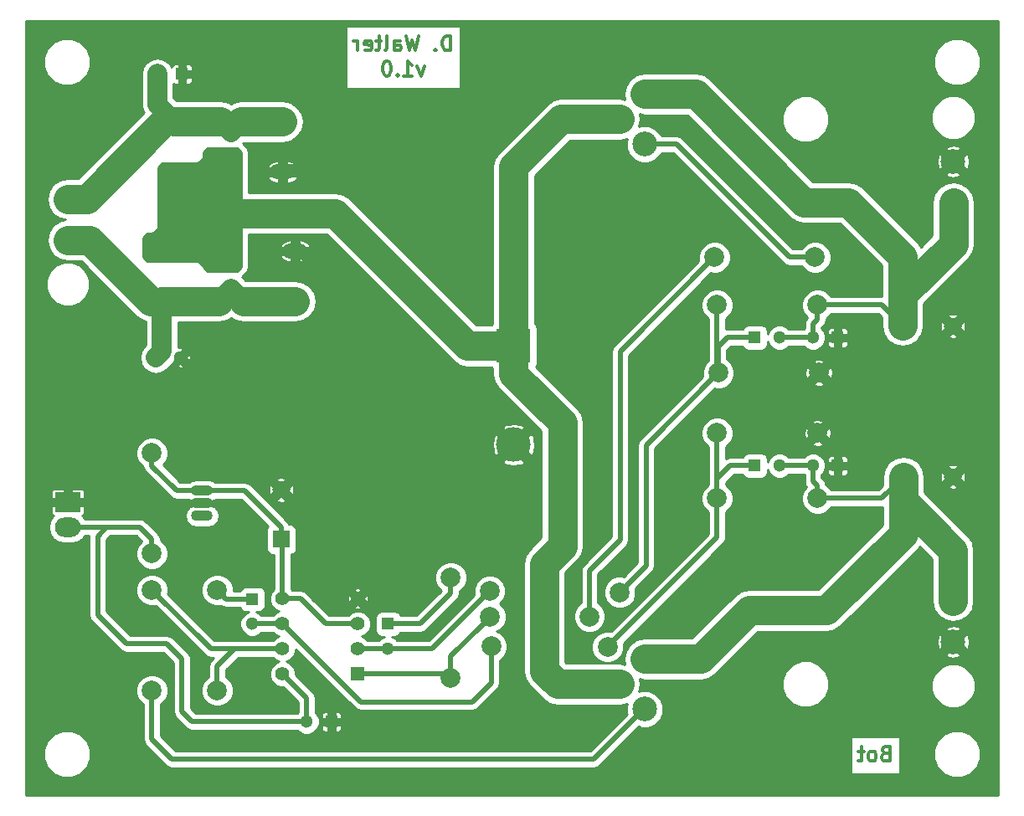
<source format=gbr>
G04 #@! TF.FileFunction,Copper,L2,Bot,Signal*
%FSLAX46Y46*%
G04 Gerber Fmt 4.6, Leading zero omitted, Abs format (unit mm)*
G04 Created by KiCad (PCBNEW 4.0.7) date 04/22/18 21:18:39*
%MOMM*%
%LPD*%
G01*
G04 APERTURE LIST*
%ADD10C,0.100000*%
%ADD11C,0.300000*%
%ADD12R,1.300000X1.300000*%
%ADD13C,1.300000*%
%ADD14R,1.800000X1.800000*%
%ADD15C,1.800000*%
%ADD16R,3.500000X3.500000*%
%ADD17C,3.500000*%
%ADD18R,2.499360X1.501140*%
%ADD19O,2.499360X1.501140*%
%ADD20O,2.200000X1.100000*%
%ADD21C,2.499360*%
%ADD22C,1.998980*%
%ADD23R,1.397000X1.397000*%
%ADD24C,1.397000*%
%ADD25R,2.600000X2.000000*%
%ADD26O,2.600000X2.000000*%
%ADD27C,2.000000*%
%ADD28C,2.000000*%
%ADD29C,3.000000*%
%ADD30C,1.000000*%
%ADD31C,0.500000*%
%ADD32C,0.254000*%
G04 APERTURE END LIST*
D10*
D11*
X103464714Y-42583571D02*
X103464714Y-41083571D01*
X103107571Y-41083571D01*
X102893286Y-41155000D01*
X102750428Y-41297857D01*
X102679000Y-41440714D01*
X102607571Y-41726429D01*
X102607571Y-41940714D01*
X102679000Y-42226429D01*
X102750428Y-42369286D01*
X102893286Y-42512143D01*
X103107571Y-42583571D01*
X103464714Y-42583571D01*
X101964714Y-42440714D02*
X101893286Y-42512143D01*
X101964714Y-42583571D01*
X102036143Y-42512143D01*
X101964714Y-42440714D01*
X101964714Y-42583571D01*
X100250428Y-41083571D02*
X99893285Y-42583571D01*
X99607571Y-41512143D01*
X99321857Y-42583571D01*
X98964714Y-41083571D01*
X97750428Y-42583571D02*
X97750428Y-41797857D01*
X97821857Y-41655000D01*
X97964714Y-41583571D01*
X98250428Y-41583571D01*
X98393285Y-41655000D01*
X97750428Y-42512143D02*
X97893285Y-42583571D01*
X98250428Y-42583571D01*
X98393285Y-42512143D01*
X98464714Y-42369286D01*
X98464714Y-42226429D01*
X98393285Y-42083571D01*
X98250428Y-42012143D01*
X97893285Y-42012143D01*
X97750428Y-41940714D01*
X96821856Y-42583571D02*
X96964714Y-42512143D01*
X97036142Y-42369286D01*
X97036142Y-41083571D01*
X96464714Y-41583571D02*
X95893285Y-41583571D01*
X96250428Y-41083571D02*
X96250428Y-42369286D01*
X96179000Y-42512143D01*
X96036142Y-42583571D01*
X95893285Y-42583571D01*
X94821857Y-42512143D02*
X94964714Y-42583571D01*
X95250428Y-42583571D01*
X95393285Y-42512143D01*
X95464714Y-42369286D01*
X95464714Y-41797857D01*
X95393285Y-41655000D01*
X95250428Y-41583571D01*
X94964714Y-41583571D01*
X94821857Y-41655000D01*
X94750428Y-41797857D01*
X94750428Y-41940714D01*
X95464714Y-42083571D01*
X94107571Y-42583571D02*
X94107571Y-41583571D01*
X94107571Y-41869286D02*
X94036143Y-41726429D01*
X93964714Y-41655000D01*
X93821857Y-41583571D01*
X93679000Y-41583571D01*
X100821856Y-44133571D02*
X100464713Y-45133571D01*
X100107571Y-44133571D01*
X98750428Y-45133571D02*
X99607571Y-45133571D01*
X99178999Y-45133571D02*
X99178999Y-43633571D01*
X99321856Y-43847857D01*
X99464714Y-43990714D01*
X99607571Y-44062143D01*
X98107571Y-44990714D02*
X98036143Y-45062143D01*
X98107571Y-45133571D01*
X98179000Y-45062143D01*
X98107571Y-44990714D01*
X98107571Y-45133571D01*
X97107571Y-43633571D02*
X96964714Y-43633571D01*
X96821857Y-43705000D01*
X96750428Y-43776429D01*
X96678999Y-43919286D01*
X96607571Y-44205000D01*
X96607571Y-44562143D01*
X96678999Y-44847857D01*
X96750428Y-44990714D01*
X96821857Y-45062143D01*
X96964714Y-45133571D01*
X97107571Y-45133571D01*
X97250428Y-45062143D01*
X97321857Y-44990714D01*
X97393285Y-44847857D01*
X97464714Y-44562143D01*
X97464714Y-44205000D01*
X97393285Y-43919286D01*
X97321857Y-43776429D01*
X97250428Y-43705000D01*
X97107571Y-43633571D01*
X147431000Y-113684857D02*
X147216714Y-113756286D01*
X147145286Y-113827714D01*
X147073857Y-113970571D01*
X147073857Y-114184857D01*
X147145286Y-114327714D01*
X147216714Y-114399143D01*
X147359572Y-114470571D01*
X147931000Y-114470571D01*
X147931000Y-112970571D01*
X147431000Y-112970571D01*
X147288143Y-113042000D01*
X147216714Y-113113429D01*
X147145286Y-113256286D01*
X147145286Y-113399143D01*
X147216714Y-113542000D01*
X147288143Y-113613429D01*
X147431000Y-113684857D01*
X147931000Y-113684857D01*
X146216714Y-114470571D02*
X146359572Y-114399143D01*
X146431000Y-114327714D01*
X146502429Y-114184857D01*
X146502429Y-113756286D01*
X146431000Y-113613429D01*
X146359572Y-113542000D01*
X146216714Y-113470571D01*
X146002429Y-113470571D01*
X145859572Y-113542000D01*
X145788143Y-113613429D01*
X145716714Y-113756286D01*
X145716714Y-114184857D01*
X145788143Y-114327714D01*
X145859572Y-114399143D01*
X146002429Y-114470571D01*
X146216714Y-114470571D01*
X145288143Y-113470571D02*
X144716714Y-113470571D01*
X145073857Y-112970571D02*
X145073857Y-114256286D01*
X145002429Y-114399143D01*
X144859571Y-114470571D01*
X144716714Y-114470571D01*
D12*
X97155000Y-100584000D03*
D13*
X97155000Y-103084000D03*
D12*
X73660000Y-73660000D03*
D13*
X76160000Y-73660000D03*
D12*
X76327000Y-44958000D03*
D13*
X73827000Y-44958000D03*
D14*
X86360000Y-92035000D03*
D15*
X86360000Y-87035000D03*
D12*
X91440000Y-110490000D03*
D13*
X88940000Y-110490000D03*
D12*
X83439000Y-98084000D03*
D13*
X83439000Y-100584000D03*
D12*
X81280000Y-66675000D03*
D13*
X81280000Y-64175000D03*
D12*
X81280000Y-53340000D03*
D13*
X81280000Y-50840000D03*
D16*
X109855000Y-72470000D03*
D17*
X109855000Y-82470000D03*
D14*
X149265000Y-70485000D03*
D15*
X154265000Y-70485000D03*
D14*
X149265000Y-85725000D03*
D15*
X154265000Y-85725000D03*
D12*
X134239000Y-71628000D03*
D13*
X136739000Y-71628000D03*
D12*
X134239000Y-84582000D03*
D13*
X136739000Y-84582000D03*
D12*
X142621000Y-71628000D03*
D13*
X140121000Y-71628000D03*
D12*
X142621000Y-84582000D03*
D13*
X140121000Y-84582000D03*
D18*
X87757000Y-67945000D03*
D19*
X87757000Y-62865000D03*
D18*
X86487000Y-49784000D03*
D19*
X86487000Y-54864000D03*
D18*
X74295000Y-62865000D03*
D19*
X74295000Y-67945000D03*
D18*
X75565000Y-54864000D03*
D19*
X75565000Y-49784000D03*
D20*
X78359000Y-87122000D03*
X78359000Y-88392000D03*
X78359000Y-89662000D03*
D21*
X64770000Y-61760100D03*
X64759840Y-57619900D03*
X154305000Y-53809900D03*
X154315160Y-57950100D03*
X154305000Y-102400100D03*
X154294840Y-98259900D03*
D22*
X73279000Y-93472000D03*
X73279000Y-83312000D03*
X103505000Y-95885000D03*
X103505000Y-106045000D03*
X79883000Y-97155000D03*
X79883000Y-107315000D03*
X140335000Y-63500000D03*
X130175000Y-63500000D03*
X73279000Y-107315000D03*
X73279000Y-97155000D03*
X130429000Y-68326000D03*
X140589000Y-68326000D03*
X140716000Y-75184000D03*
X130556000Y-75184000D03*
X130429000Y-87884000D03*
X140589000Y-87884000D03*
X140589000Y-81280000D03*
X130429000Y-81280000D03*
D23*
X94107000Y-105664000D03*
D24*
X94107000Y-103124000D03*
X94107000Y-100584000D03*
X94107000Y-98044000D03*
X86487000Y-98044000D03*
X86487000Y-100584000D03*
X86487000Y-103124000D03*
X86487000Y-105664000D03*
D21*
X123113800Y-109220000D03*
X123113800Y-104140000D03*
X120573800Y-106680000D03*
X123113800Y-52070000D03*
X123113800Y-46990000D03*
X120573800Y-49530000D03*
D25*
X64770000Y-88265000D03*
D26*
X64770000Y-90805000D03*
D27*
X93332791Y-66928412D03*
X93345000Y-54610000D03*
X120587708Y-97387582D03*
X107447073Y-97274069D03*
X119349782Y-102905628D03*
X107590311Y-102868765D03*
X117508055Y-99830824D03*
X107480277Y-99864027D03*
D28*
X74295000Y-67945000D02*
X73169191Y-67945000D01*
D29*
X73169191Y-67945000D02*
X66984291Y-61760100D01*
X66984291Y-61760100D02*
X64770000Y-61760100D01*
D28*
X74295000Y-67945000D02*
X74295000Y-73025000D01*
X74295000Y-73025000D02*
X73660000Y-73660000D01*
D29*
X87757000Y-67945000D02*
X82550000Y-67945000D01*
D28*
X82550000Y-67945000D02*
X81280000Y-66675000D01*
D29*
X74295000Y-67945000D02*
X80010000Y-67945000D01*
D28*
X80010000Y-67945000D02*
X81280000Y-66675000D01*
D30*
X92319522Y-66928412D02*
X93332791Y-66928412D01*
X87757000Y-62865000D02*
X88256110Y-62865000D01*
X88256110Y-62865000D02*
X92319522Y-66928412D01*
X93345000Y-54610000D02*
X86741000Y-54610000D01*
X86741000Y-54610000D02*
X86487000Y-54864000D01*
D29*
X64759840Y-57619900D02*
X66678374Y-57619900D01*
X66678374Y-57619900D02*
X74514274Y-49784000D01*
D30*
X74514274Y-49784000D02*
X75565000Y-49784000D01*
D29*
X86487000Y-49784000D02*
X82336000Y-49784000D01*
D28*
X82336000Y-49784000D02*
X81280000Y-50840000D01*
D29*
X75565000Y-49784000D02*
X80224000Y-49784000D01*
D28*
X80224000Y-49784000D02*
X81280000Y-50840000D01*
X73827000Y-44958000D02*
X73827000Y-48046000D01*
X73827000Y-48046000D02*
X75565000Y-49784000D01*
D31*
X68707000Y-90805000D02*
X72045853Y-90805000D01*
X72045853Y-90805000D02*
X73279000Y-92038147D01*
X73279000Y-92038147D02*
X73279000Y-93472000D01*
X64770000Y-90805000D02*
X68707000Y-90805000D01*
X67786313Y-99663313D02*
X67786313Y-91725687D01*
X67786313Y-91725687D02*
X68707000Y-90805000D01*
X88940000Y-110490000D02*
X77343000Y-110490000D01*
X70739000Y-102616000D02*
X67786313Y-99663313D01*
X77343000Y-110490000D02*
X76327000Y-109474000D01*
X76327000Y-109474000D02*
X76327000Y-104140000D01*
X76327000Y-104140000D02*
X74803000Y-102616000D01*
X74803000Y-102616000D02*
X70739000Y-102616000D01*
X88940000Y-110490000D02*
X88940000Y-108116803D01*
X88940000Y-108116803D02*
X86487197Y-105664000D01*
X86487197Y-105664000D02*
X86487000Y-105664000D01*
X86360000Y-105791000D02*
X86487000Y-105664000D01*
X97155000Y-100584000D02*
X100396292Y-100584000D01*
X100396292Y-100584000D02*
X103505000Y-97475292D01*
X103505000Y-97475292D02*
X103505000Y-95885000D01*
X94107000Y-103124000D02*
X97115000Y-103124000D01*
X97115000Y-103124000D02*
X97155000Y-103084000D01*
X101637142Y-103084000D02*
X97155000Y-103084000D01*
X101637142Y-103084000D02*
X107447073Y-97274069D01*
X134112000Y-71628000D02*
X131449882Y-71628000D01*
X131449882Y-71628000D02*
X130556000Y-72521882D01*
X130556000Y-72521882D02*
X130556000Y-75184000D01*
X121337707Y-96637583D02*
X120587708Y-97387582D01*
X123263422Y-94711868D02*
X121337707Y-96637583D01*
X123263422Y-82476578D02*
X123263422Y-94711868D01*
X130556000Y-75184000D02*
X123263422Y-82476578D01*
X106697074Y-98024068D02*
X107447073Y-97274069D01*
D30*
X134239000Y-71628000D02*
X134112000Y-71628000D01*
D31*
X130429000Y-68326000D02*
X130429000Y-75057000D01*
D30*
X130429000Y-75057000D02*
X130556000Y-75184000D01*
D31*
X83439000Y-98084000D02*
X80812000Y-98084000D01*
X80812000Y-98084000D02*
X79883000Y-97155000D01*
X83439000Y-100584000D02*
X86487000Y-100584000D01*
X133731000Y-84582000D02*
X131776621Y-84582000D01*
X131776621Y-84582000D02*
X130429000Y-85929621D01*
X130429000Y-85929621D02*
X130429000Y-87884000D01*
X86487000Y-100584000D02*
X94400210Y-108497210D01*
X94400210Y-108497210D02*
X105666095Y-108497210D01*
X105666095Y-108497210D02*
X107590311Y-106572994D01*
X107590311Y-106572994D02*
X107590311Y-103929425D01*
X107590311Y-103929425D02*
X107590311Y-102868765D01*
X120099781Y-102155629D02*
X119349782Y-102905628D01*
X130429000Y-91826410D02*
X120099781Y-102155629D01*
X130429000Y-87884000D02*
X130429000Y-91826410D01*
X86273000Y-100370000D02*
X86487000Y-100584000D01*
X130429000Y-81280000D02*
X130429000Y-87884000D01*
X140121000Y-71628000D02*
X140121000Y-70240221D01*
X140121000Y-70240221D02*
X140585416Y-69775805D01*
X140585416Y-69775805D02*
X140585416Y-68329584D01*
X140585416Y-68329584D02*
X140589000Y-68326000D01*
D29*
X149184480Y-70404480D02*
X149184480Y-67310000D01*
X149184480Y-67310000D02*
X149184480Y-63459480D01*
X154315160Y-57950100D02*
X154315160Y-62179320D01*
X154315160Y-62179320D02*
X149184480Y-67310000D01*
X149184480Y-63459480D02*
X143675100Y-57950100D01*
X143675100Y-57950100D02*
X139230100Y-57950100D01*
X139230100Y-57950100D02*
X128270000Y-46990000D01*
X128270000Y-46990000D02*
X123113800Y-46990000D01*
D30*
X149184480Y-70404480D02*
X149265000Y-70485000D01*
D31*
X140121000Y-71628000D02*
X136739000Y-71628000D01*
X140589000Y-68326000D02*
X147106000Y-68326000D01*
X147106000Y-68326000D02*
X149265000Y-70485000D01*
X140121000Y-84582000D02*
X140121000Y-86153180D01*
X140121000Y-86153180D02*
X140584902Y-86617082D01*
X140584902Y-86617082D02*
X140584902Y-87879902D01*
X140584902Y-87879902D02*
X140589000Y-87884000D01*
D29*
X154294840Y-98259900D02*
X154294840Y-93164352D01*
X154294840Y-93164352D02*
X149265000Y-88134512D01*
X149265000Y-88134512D02*
X149265000Y-85725000D01*
X123113800Y-104140000D02*
X128770593Y-104140000D01*
X128770593Y-104140000D02*
X133683371Y-99227222D01*
X133683371Y-99227222D02*
X141507844Y-99227222D01*
X141507844Y-99227222D02*
X149265000Y-91470066D01*
X149265000Y-91470066D02*
X149265000Y-85725000D01*
D31*
X140589000Y-87884000D02*
X147106000Y-87884000D01*
X147106000Y-87884000D02*
X149265000Y-85725000D01*
X136739000Y-84582000D02*
X140121000Y-84582000D01*
X130175000Y-63500000D02*
X120616798Y-73058202D01*
X120616798Y-73058202D02*
X120616798Y-92103672D01*
X120616798Y-92103672D02*
X117508055Y-95212415D01*
X117508055Y-95212415D02*
X117508055Y-99830824D01*
X106730278Y-100614026D02*
X107480277Y-99864027D01*
X103505000Y-103839304D02*
X106730278Y-100614026D01*
X103505000Y-106045000D02*
X103505000Y-103839304D01*
X94107000Y-105664000D02*
X103124000Y-105664000D01*
X103124000Y-105664000D02*
X103505000Y-106045000D01*
X94361000Y-105410000D02*
X94107000Y-105664000D01*
X84074000Y-103124000D02*
X81641326Y-103124000D01*
X81641326Y-103124000D02*
X79883000Y-104882326D01*
X79883000Y-104882326D02*
X79883000Y-107315000D01*
X73279000Y-97155000D02*
X79248000Y-103124000D01*
X79248000Y-103124000D02*
X84074000Y-103124000D01*
X86487000Y-103124000D02*
X84074000Y-103124000D01*
X75311000Y-114300000D02*
X117948618Y-114300000D01*
X73279000Y-107315000D02*
X73279000Y-112268000D01*
X73279000Y-112268000D02*
X75311000Y-114300000D01*
X117948618Y-114300000D02*
X123028618Y-109220000D01*
X123028618Y-109220000D02*
X123113800Y-109220000D01*
X140335000Y-63500000D02*
X137755853Y-63500000D01*
X137755853Y-63500000D02*
X126325853Y-52070000D01*
X126325853Y-52070000D02*
X123113800Y-52070000D01*
X78359000Y-87122000D02*
X75784761Y-87122000D01*
X75784761Y-87122000D02*
X73279000Y-84616239D01*
X73279000Y-84616239D02*
X73279000Y-83312000D01*
X78359000Y-87122000D02*
X82670416Y-87122000D01*
X82670416Y-87122000D02*
X86360000Y-90811584D01*
X86360000Y-90811584D02*
X86360000Y-92035000D01*
X94107000Y-100584000D02*
X90814182Y-100584000D01*
X90814182Y-100584000D02*
X88274182Y-98044000D01*
X88274182Y-98044000D02*
X86487000Y-98044000D01*
X86487000Y-98044000D02*
X86487000Y-92162000D01*
X86487000Y-92162000D02*
X86360000Y-92035000D01*
D29*
X105190163Y-72470000D02*
X109855000Y-72470000D01*
X78994000Y-59055000D02*
X91775163Y-59055000D01*
X91775163Y-59055000D02*
X105190163Y-72470000D01*
X120573800Y-106680000D02*
X114300000Y-106680000D01*
X114300000Y-106680000D02*
X112975079Y-105355079D01*
X112975079Y-105355079D02*
X112975079Y-94520409D01*
X112975079Y-94520409D02*
X114774990Y-92720498D01*
X114774990Y-92720498D02*
X114774990Y-80219341D01*
X114774990Y-80219341D02*
X109855000Y-75299351D01*
X109855000Y-75299351D02*
X109855000Y-72470000D01*
X109855000Y-72470000D02*
X109855000Y-54356000D01*
X109855000Y-54356000D02*
X114681000Y-49530000D01*
X114681000Y-49530000D02*
X120573800Y-49530000D01*
D32*
G36*
X158872300Y-117927500D02*
X60507500Y-117927500D01*
X60507500Y-114214492D01*
X62313789Y-114214492D01*
X62674912Y-115088477D01*
X63343006Y-115757738D01*
X64216359Y-116120386D01*
X65162012Y-116121211D01*
X66035997Y-115760088D01*
X66705258Y-115091994D01*
X67067906Y-114218641D01*
X67068731Y-113272988D01*
X66707608Y-112399003D01*
X66039514Y-111729742D01*
X65166161Y-111367094D01*
X64220508Y-111366269D01*
X63346523Y-111727392D01*
X62677262Y-112395486D01*
X62314614Y-113268839D01*
X62313789Y-114214492D01*
X60507500Y-114214492D01*
X60507500Y-90805000D01*
X62805248Y-90805000D01*
X62929096Y-91427626D01*
X63281785Y-91955463D01*
X63809622Y-92308152D01*
X64432248Y-92432000D01*
X65107752Y-92432000D01*
X65730378Y-92308152D01*
X66258215Y-91955463D01*
X66440937Y-91682000D01*
X66918003Y-91682000D01*
X66909313Y-91725687D01*
X66909313Y-99663313D01*
X66976071Y-99998926D01*
X67166180Y-100283446D01*
X70118867Y-103236133D01*
X70403387Y-103426242D01*
X70739000Y-103493000D01*
X74439734Y-103493000D01*
X75450000Y-104503265D01*
X75450000Y-109474000D01*
X75516758Y-109809613D01*
X75706867Y-110094133D01*
X76722867Y-111110133D01*
X77007387Y-111300242D01*
X77343000Y-111367001D01*
X77343005Y-111367000D01*
X88011094Y-111367000D01*
X88215693Y-111571957D01*
X88684875Y-111766778D01*
X89192897Y-111767221D01*
X89662417Y-111573219D01*
X90021957Y-111214307D01*
X90148212Y-110910250D01*
X90409000Y-110910250D01*
X90409000Y-111215785D01*
X90467004Y-111355819D01*
X90574180Y-111462996D01*
X90714214Y-111521000D01*
X91019750Y-111521000D01*
X91115000Y-111425750D01*
X91115000Y-110815000D01*
X91765000Y-110815000D01*
X91765000Y-111425750D01*
X91860250Y-111521000D01*
X92165786Y-111521000D01*
X92305820Y-111462996D01*
X92412996Y-111355819D01*
X92471000Y-111215785D01*
X92471000Y-110910250D01*
X92375750Y-110815000D01*
X91765000Y-110815000D01*
X91115000Y-110815000D01*
X90504250Y-110815000D01*
X90409000Y-110910250D01*
X90148212Y-110910250D01*
X90216778Y-110745125D01*
X90217221Y-110237103D01*
X90023219Y-109767583D01*
X90019857Y-109764215D01*
X90409000Y-109764215D01*
X90409000Y-110069750D01*
X90504250Y-110165000D01*
X91115000Y-110165000D01*
X91115000Y-109554250D01*
X91765000Y-109554250D01*
X91765000Y-110165000D01*
X92375750Y-110165000D01*
X92471000Y-110069750D01*
X92471000Y-109764215D01*
X92412996Y-109624181D01*
X92305820Y-109517004D01*
X92165786Y-109459000D01*
X91860250Y-109459000D01*
X91765000Y-109554250D01*
X91115000Y-109554250D01*
X91019750Y-109459000D01*
X90714214Y-109459000D01*
X90574180Y-109517004D01*
X90467004Y-109624181D01*
X90409000Y-109764215D01*
X90019857Y-109764215D01*
X89817000Y-109561003D01*
X89817000Y-108116803D01*
X89750242Y-107781190D01*
X89750242Y-107781189D01*
X89642679Y-107620210D01*
X89560133Y-107496670D01*
X89560130Y-107496668D01*
X87812426Y-105748964D01*
X87812730Y-105401498D01*
X87611359Y-104914146D01*
X87238816Y-104540951D01*
X86884649Y-104393888D01*
X87236854Y-104248359D01*
X87610049Y-103875816D01*
X87812269Y-103388815D01*
X87812478Y-103149744D01*
X93780077Y-109117343D01*
X94064597Y-109307452D01*
X94400210Y-109374211D01*
X94400215Y-109374210D01*
X105666095Y-109374210D01*
X106001708Y-109307452D01*
X106286228Y-109117343D01*
X108210441Y-107193129D01*
X108210444Y-107193127D01*
X108361178Y-106967536D01*
X108400553Y-106908608D01*
X108467311Y-106572994D01*
X108467311Y-104266813D01*
X108510729Y-104248873D01*
X108968810Y-103791590D01*
X109217028Y-103193815D01*
X109217593Y-102546554D01*
X108970419Y-101948347D01*
X108513136Y-101490266D01*
X108159948Y-101343610D01*
X108400695Y-101244135D01*
X108858776Y-100786852D01*
X109106994Y-100189077D01*
X109107559Y-99541816D01*
X108860385Y-98943609D01*
X108469652Y-98552194D01*
X108825572Y-98196894D01*
X109073790Y-97599119D01*
X109074355Y-96951858D01*
X108827181Y-96353651D01*
X108369898Y-95895570D01*
X107772123Y-95647352D01*
X107124862Y-95646787D01*
X106526655Y-95893961D01*
X106068574Y-96351244D01*
X105820356Y-96949019D01*
X105819791Y-97596280D01*
X105838739Y-97642138D01*
X101273876Y-102207000D01*
X98083906Y-102207000D01*
X97879307Y-102002043D01*
X97569218Y-101873283D01*
X97805000Y-101873283D01*
X98037352Y-101829563D01*
X98250753Y-101692243D01*
X98393917Y-101482717D01*
X98398315Y-101461000D01*
X100396292Y-101461000D01*
X100731905Y-101394242D01*
X101016425Y-101204133D01*
X104125133Y-98095425D01*
X104315242Y-97810905D01*
X104382000Y-97475292D01*
X104382000Y-97282496D01*
X104425129Y-97264675D01*
X104883067Y-96807536D01*
X105131207Y-96209948D01*
X105131772Y-95562890D01*
X104884675Y-94964871D01*
X104427536Y-94506933D01*
X103829948Y-94258793D01*
X103182890Y-94258228D01*
X102584871Y-94505325D01*
X102126933Y-94962464D01*
X101878793Y-95560052D01*
X101878228Y-96207110D01*
X102125325Y-96805129D01*
X102529758Y-97210268D01*
X100033026Y-99707000D01*
X98401570Y-99707000D01*
X98400563Y-99701648D01*
X98263243Y-99488247D01*
X98053717Y-99345083D01*
X97805000Y-99294717D01*
X96505000Y-99294717D01*
X96272648Y-99338437D01*
X96059247Y-99475757D01*
X95916083Y-99685283D01*
X95865717Y-99934000D01*
X95865717Y-101234000D01*
X95909437Y-101466352D01*
X96046757Y-101679753D01*
X96256283Y-101822917D01*
X96505000Y-101873283D01*
X96741151Y-101873283D01*
X96432583Y-102000781D01*
X96185933Y-102247000D01*
X95104435Y-102247000D01*
X94858816Y-102000951D01*
X94504649Y-101853888D01*
X94856854Y-101708359D01*
X95230049Y-101335816D01*
X95432269Y-100848815D01*
X95432730Y-100321498D01*
X95231359Y-99834146D01*
X94858816Y-99460951D01*
X94371815Y-99258731D01*
X93844498Y-99258270D01*
X93357146Y-99459641D01*
X93109354Y-99707000D01*
X91177447Y-99707000D01*
X90428058Y-98957610D01*
X93687305Y-98957610D01*
X93776037Y-99093710D01*
X94202937Y-99140460D01*
X94437963Y-99093710D01*
X94526695Y-98957610D01*
X94107000Y-98537914D01*
X93687305Y-98957610D01*
X90428058Y-98957610D01*
X89610385Y-98139937D01*
X93010540Y-98139937D01*
X93057290Y-98374963D01*
X93193390Y-98463695D01*
X93613086Y-98044000D01*
X94600914Y-98044000D01*
X95020610Y-98463695D01*
X95156710Y-98374963D01*
X95203460Y-97948063D01*
X95156710Y-97713037D01*
X95020610Y-97624305D01*
X94600914Y-98044000D01*
X93613086Y-98044000D01*
X93193390Y-97624305D01*
X93057290Y-97713037D01*
X93010540Y-98139937D01*
X89610385Y-98139937D01*
X88894315Y-97423867D01*
X88609795Y-97233758D01*
X88274182Y-97167000D01*
X87484435Y-97167000D01*
X87447890Y-97130390D01*
X93687305Y-97130390D01*
X94107000Y-97550086D01*
X94526695Y-97130390D01*
X94437963Y-96994290D01*
X94011063Y-96947540D01*
X93776037Y-96994290D01*
X93687305Y-97130390D01*
X87447890Y-97130390D01*
X87364000Y-97046354D01*
X87364000Y-93554714D01*
X87492352Y-93530563D01*
X87705753Y-93393243D01*
X87848917Y-93183717D01*
X87899283Y-92935000D01*
X87899283Y-91135000D01*
X87855563Y-90902648D01*
X87718243Y-90689247D01*
X87508717Y-90546083D01*
X87260000Y-90495717D01*
X87174170Y-90495717D01*
X87170242Y-90475971D01*
X87165843Y-90469387D01*
X86980133Y-90191451D01*
X86980130Y-90191449D01*
X84901994Y-88113312D01*
X85809190Y-88113312D01*
X85926032Y-88266892D01*
X86430490Y-88339192D01*
X86793968Y-88266892D01*
X86910810Y-88113312D01*
X86360000Y-87562502D01*
X85809190Y-88113312D01*
X84901994Y-88113312D01*
X83894172Y-87105490D01*
X85055808Y-87105490D01*
X85128108Y-87468968D01*
X85281688Y-87585810D01*
X85832498Y-87035000D01*
X86887502Y-87035000D01*
X87438312Y-87585810D01*
X87591892Y-87468968D01*
X87664192Y-86964510D01*
X87591892Y-86601032D01*
X87438312Y-86484190D01*
X86887502Y-87035000D01*
X85832498Y-87035000D01*
X85281688Y-86484190D01*
X85128108Y-86601032D01*
X85055808Y-87105490D01*
X83894172Y-87105490D01*
X83290549Y-86501867D01*
X83006029Y-86311758D01*
X82670416Y-86245000D01*
X79708148Y-86245000D01*
X79393252Y-86034594D01*
X79001594Y-85956688D01*
X85809190Y-85956688D01*
X86360000Y-86507498D01*
X86910810Y-85956688D01*
X86793968Y-85803108D01*
X86289510Y-85730808D01*
X85926032Y-85803108D01*
X85809190Y-85956688D01*
X79001594Y-85956688D01*
X78942834Y-85945000D01*
X77775166Y-85945000D01*
X77324748Y-86034594D01*
X77009852Y-86245000D01*
X76148027Y-86245000D01*
X74397088Y-84494061D01*
X74657067Y-84234536D01*
X74680171Y-84178893D01*
X108673608Y-84178893D01*
X108898613Y-84420939D01*
X109718007Y-84638426D01*
X110558256Y-84525790D01*
X110811387Y-84420939D01*
X111036392Y-84178893D01*
X109855000Y-82997502D01*
X108673608Y-84178893D01*
X74680171Y-84178893D01*
X74905207Y-83636948D01*
X74905772Y-82989890D01*
X74658675Y-82391871D01*
X74599914Y-82333007D01*
X107686574Y-82333007D01*
X107799210Y-83173256D01*
X107904061Y-83426387D01*
X108146107Y-83651392D01*
X109327498Y-82470000D01*
X110382502Y-82470000D01*
X111563893Y-83651392D01*
X111805939Y-83426387D01*
X112023426Y-82606993D01*
X111910790Y-81766744D01*
X111805939Y-81513613D01*
X111563893Y-81288608D01*
X110382502Y-82470000D01*
X109327498Y-82470000D01*
X108146107Y-81288608D01*
X107904061Y-81513613D01*
X107686574Y-82333007D01*
X74599914Y-82333007D01*
X74201536Y-81933933D01*
X73603948Y-81685793D01*
X72956890Y-81685228D01*
X72358871Y-81932325D01*
X71900933Y-82389464D01*
X71652793Y-82987052D01*
X71652228Y-83634110D01*
X71899325Y-84232129D01*
X72356464Y-84690067D01*
X72422107Y-84717324D01*
X72468758Y-84951852D01*
X72658867Y-85236372D01*
X75164628Y-87742133D01*
X75449147Y-87932242D01*
X75784761Y-87999000D01*
X76979565Y-87999000D01*
X77019790Y-88117000D01*
X77186452Y-88117000D01*
X77324748Y-88209406D01*
X77775166Y-88299000D01*
X78942834Y-88299000D01*
X79393252Y-88209406D01*
X79531548Y-88117000D01*
X79698210Y-88117000D01*
X79738435Y-87999000D01*
X82307150Y-87999000D01*
X85002338Y-90694187D01*
X84871083Y-90886283D01*
X84820717Y-91135000D01*
X84820717Y-92935000D01*
X84864437Y-93167352D01*
X85001757Y-93380753D01*
X85211283Y-93523917D01*
X85460000Y-93574283D01*
X85610000Y-93574283D01*
X85610000Y-97046565D01*
X85363951Y-97292184D01*
X85161731Y-97779185D01*
X85161270Y-98306502D01*
X85362641Y-98793854D01*
X85735184Y-99167049D01*
X86089351Y-99314112D01*
X85737146Y-99459641D01*
X85489354Y-99707000D01*
X84367906Y-99707000D01*
X84163307Y-99502043D01*
X83853218Y-99373283D01*
X84089000Y-99373283D01*
X84321352Y-99329563D01*
X84534753Y-99192243D01*
X84677917Y-98982717D01*
X84728283Y-98734000D01*
X84728283Y-97434000D01*
X84684563Y-97201648D01*
X84547243Y-96988247D01*
X84337717Y-96845083D01*
X84089000Y-96794717D01*
X82789000Y-96794717D01*
X82556648Y-96838437D01*
X82343247Y-96975757D01*
X82200083Y-97185283D01*
X82195685Y-97207000D01*
X81509445Y-97207000D01*
X81509772Y-96832890D01*
X81262675Y-96234871D01*
X80805536Y-95776933D01*
X80207948Y-95528793D01*
X79560890Y-95528228D01*
X78962871Y-95775325D01*
X78504933Y-96232464D01*
X78256793Y-96830052D01*
X78256228Y-97477110D01*
X78503325Y-98075129D01*
X78960464Y-98533067D01*
X79558052Y-98781207D01*
X80205110Y-98781772D01*
X80268724Y-98755487D01*
X80308063Y-98781772D01*
X80476386Y-98894242D01*
X80812000Y-98961000D01*
X82192430Y-98961000D01*
X82193437Y-98966352D01*
X82330757Y-99179753D01*
X82540283Y-99322917D01*
X82789000Y-99373283D01*
X83025151Y-99373283D01*
X82716583Y-99500781D01*
X82357043Y-99859693D01*
X82162222Y-100328875D01*
X82161779Y-100836897D01*
X82355781Y-101306417D01*
X82714693Y-101665957D01*
X83183875Y-101860778D01*
X83691897Y-101861221D01*
X84161417Y-101667219D01*
X84367997Y-101461000D01*
X85489565Y-101461000D01*
X85735184Y-101707049D01*
X86089351Y-101854112D01*
X85737146Y-101999641D01*
X85489354Y-102247000D01*
X79611265Y-102247000D01*
X74887311Y-97523046D01*
X74905207Y-97479948D01*
X74905772Y-96832890D01*
X74658675Y-96234871D01*
X74201536Y-95776933D01*
X73603948Y-95528793D01*
X72956890Y-95528228D01*
X72358871Y-95775325D01*
X71900933Y-96232464D01*
X71652793Y-96830052D01*
X71652228Y-97477110D01*
X71899325Y-98075129D01*
X72356464Y-98533067D01*
X72954052Y-98781207D01*
X73601110Y-98781772D01*
X73646678Y-98762944D01*
X78627865Y-103744130D01*
X78627867Y-103744133D01*
X78905178Y-103929425D01*
X78912387Y-103934242D01*
X79248000Y-104001001D01*
X79248005Y-104001000D01*
X79524060Y-104001000D01*
X79262867Y-104262193D01*
X79072758Y-104546713D01*
X79006000Y-104882326D01*
X79006000Y-105917504D01*
X78962871Y-105935325D01*
X78504933Y-106392464D01*
X78256793Y-106990052D01*
X78256228Y-107637110D01*
X78503325Y-108235129D01*
X78960464Y-108693067D01*
X79558052Y-108941207D01*
X80205110Y-108941772D01*
X80803129Y-108694675D01*
X81261067Y-108237536D01*
X81509207Y-107639948D01*
X81509772Y-106992890D01*
X81262675Y-106394871D01*
X80805536Y-105936933D01*
X80760000Y-105918025D01*
X80760000Y-105245592D01*
X82004591Y-104001000D01*
X85489565Y-104001000D01*
X85735184Y-104247049D01*
X86089351Y-104394112D01*
X85737146Y-104539641D01*
X85363951Y-104912184D01*
X85161731Y-105399185D01*
X85161270Y-105926502D01*
X85362641Y-106413854D01*
X85735184Y-106787049D01*
X86222185Y-106989269D01*
X86572507Y-106989575D01*
X88063000Y-108480068D01*
X88063000Y-109561094D01*
X88011003Y-109613000D01*
X77706266Y-109613000D01*
X77204000Y-109110734D01*
X77204000Y-104140000D01*
X77176351Y-104001000D01*
X77137242Y-103804386D01*
X76996541Y-103593812D01*
X76947133Y-103519867D01*
X76947130Y-103519865D01*
X75423133Y-101995867D01*
X75138613Y-101805758D01*
X74803000Y-101739000D01*
X71102266Y-101739000D01*
X68663313Y-99300047D01*
X68663313Y-92088953D01*
X69070266Y-91682000D01*
X71682587Y-91682000D01*
X72225776Y-92225188D01*
X71900933Y-92549464D01*
X71652793Y-93147052D01*
X71652228Y-93794110D01*
X71899325Y-94392129D01*
X72356464Y-94850067D01*
X72954052Y-95098207D01*
X73601110Y-95098772D01*
X74199129Y-94851675D01*
X74657067Y-94394536D01*
X74905207Y-93796948D01*
X74905772Y-93149890D01*
X74658675Y-92551871D01*
X74201536Y-92093933D01*
X74156000Y-92075025D01*
X74156000Y-92038147D01*
X74102276Y-91768058D01*
X74089242Y-91702533D01*
X73942915Y-91483539D01*
X73899133Y-91418014D01*
X73899130Y-91418012D01*
X72665986Y-90184867D01*
X72381466Y-89994758D01*
X72045853Y-89928000D01*
X66440937Y-89928000D01*
X66263202Y-89662000D01*
X76598166Y-89662000D01*
X76687760Y-90112418D01*
X76942901Y-90494265D01*
X77324748Y-90749406D01*
X77775166Y-90839000D01*
X78942834Y-90839000D01*
X79393252Y-90749406D01*
X79775099Y-90494265D01*
X80030240Y-90112418D01*
X80119834Y-89662000D01*
X80030240Y-89211582D01*
X79775099Y-88829735D01*
X79741944Y-88807582D01*
X79744488Y-88802756D01*
X79698210Y-88667000D01*
X79531548Y-88667000D01*
X79393252Y-88574594D01*
X78942834Y-88485000D01*
X77775166Y-88485000D01*
X77324748Y-88574594D01*
X77186452Y-88667000D01*
X77019790Y-88667000D01*
X76973512Y-88802756D01*
X76976056Y-88807582D01*
X76942901Y-88829735D01*
X76687760Y-89211582D01*
X76598166Y-89662000D01*
X66263202Y-89662000D01*
X66258215Y-89654537D01*
X66207303Y-89620519D01*
X66285819Y-89587996D01*
X66392996Y-89480820D01*
X66451000Y-89340786D01*
X66451000Y-88733250D01*
X66355750Y-88638000D01*
X65143000Y-88638000D01*
X65143000Y-88658000D01*
X64397000Y-88658000D01*
X64397000Y-88638000D01*
X63184250Y-88638000D01*
X63089000Y-88733250D01*
X63089000Y-89340786D01*
X63147004Y-89480820D01*
X63254181Y-89587996D01*
X63332697Y-89620519D01*
X63281785Y-89654537D01*
X62929096Y-90182374D01*
X62805248Y-90805000D01*
X60507500Y-90805000D01*
X60507500Y-87189214D01*
X63089000Y-87189214D01*
X63089000Y-87796750D01*
X63184250Y-87892000D01*
X64397000Y-87892000D01*
X64397000Y-86979250D01*
X65143000Y-86979250D01*
X65143000Y-87892000D01*
X66355750Y-87892000D01*
X66451000Y-87796750D01*
X66451000Y-87189214D01*
X66392996Y-87049180D01*
X66285819Y-86942004D01*
X66145785Y-86884000D01*
X65238250Y-86884000D01*
X65143000Y-86979250D01*
X64397000Y-86979250D01*
X64301750Y-86884000D01*
X63394215Y-86884000D01*
X63254181Y-86942004D01*
X63147004Y-87049180D01*
X63089000Y-87189214D01*
X60507500Y-87189214D01*
X60507500Y-80761107D01*
X108673608Y-80761107D01*
X109855000Y-81942498D01*
X111036392Y-80761107D01*
X110811387Y-80519061D01*
X109991993Y-80301574D01*
X109151744Y-80414210D01*
X108898613Y-80519061D01*
X108673608Y-80761107D01*
X60507500Y-80761107D01*
X60507500Y-66651254D01*
X62542415Y-66651254D01*
X62880771Y-67470139D01*
X63506746Y-68097207D01*
X64325039Y-68436992D01*
X65211074Y-68437765D01*
X66029959Y-68099409D01*
X66657027Y-67473434D01*
X66996812Y-66655141D01*
X66997585Y-65769106D01*
X66659229Y-64950221D01*
X66033254Y-64323153D01*
X65214961Y-63983368D01*
X64328926Y-63982595D01*
X63510041Y-64320951D01*
X62882973Y-64946926D01*
X62543188Y-65765219D01*
X62542415Y-66651254D01*
X60507500Y-66651254D01*
X60507500Y-57619900D01*
X62632840Y-57619900D01*
X62794748Y-58433868D01*
X63255824Y-59123916D01*
X63945872Y-59584992D01*
X64478864Y-59691010D01*
X63956032Y-59795008D01*
X63265984Y-60256084D01*
X62804908Y-60946132D01*
X62643000Y-61760100D01*
X62804908Y-62574068D01*
X63265984Y-63264116D01*
X63956032Y-63725192D01*
X64770000Y-63887100D01*
X66103259Y-63887100D01*
X71665175Y-69449016D01*
X72355223Y-69910092D01*
X72668000Y-69972307D01*
X72668000Y-72351074D01*
X72509537Y-72509537D01*
X72156848Y-73037374D01*
X72033000Y-73660000D01*
X72156848Y-74282626D01*
X72509537Y-74810463D01*
X73037374Y-75163152D01*
X73660000Y-75287000D01*
X74282626Y-75163152D01*
X74810463Y-74810463D01*
X75095422Y-74525503D01*
X75754116Y-74525503D01*
X75835324Y-74659802D01*
X76242646Y-74707944D01*
X76484676Y-74659802D01*
X76565884Y-74525503D01*
X76160000Y-74119619D01*
X75754116Y-74525503D01*
X75095422Y-74525503D01*
X75445460Y-74175465D01*
X75445463Y-74175463D01*
X75789883Y-73660000D01*
X76619619Y-73660000D01*
X77025503Y-74065884D01*
X77159802Y-73984676D01*
X77207944Y-73577354D01*
X77159802Y-73335324D01*
X77025503Y-73254116D01*
X76619619Y-73660000D01*
X75789883Y-73660000D01*
X75798152Y-73647626D01*
X75816133Y-73557228D01*
X75843235Y-73420979D01*
X76111917Y-73152298D01*
X76160000Y-73200381D01*
X76565884Y-72794497D01*
X76484676Y-72660198D01*
X76077354Y-72612056D01*
X75922000Y-72642957D01*
X75922000Y-70072000D01*
X80010000Y-70072000D01*
X80823968Y-69910092D01*
X81280000Y-69605381D01*
X81736032Y-69910092D01*
X82550000Y-70072000D01*
X87757000Y-70072000D01*
X88570968Y-69910092D01*
X89261016Y-69449016D01*
X89722092Y-68758968D01*
X89884000Y-67945000D01*
X89722092Y-67131032D01*
X89261016Y-66440984D01*
X88570968Y-65979908D01*
X87757000Y-65818000D01*
X82723926Y-65818000D01*
X82430463Y-65524537D01*
X82355581Y-65474502D01*
X82366356Y-65467356D01*
X82866356Y-64967356D01*
X83000601Y-64767938D01*
X83050000Y-64524000D01*
X83050000Y-63400531D01*
X86261066Y-63400531D01*
X86399902Y-63644245D01*
X86763417Y-63913266D01*
X87202211Y-64022698D01*
X87384000Y-63921905D01*
X87384000Y-63238000D01*
X88130000Y-63238000D01*
X88130000Y-63921905D01*
X88311789Y-64022698D01*
X88750583Y-63913266D01*
X89114098Y-63644245D01*
X89252934Y-63400531D01*
X89222976Y-63238000D01*
X88130000Y-63238000D01*
X87384000Y-63238000D01*
X86291024Y-63238000D01*
X86261066Y-63400531D01*
X83050000Y-63400531D01*
X83050000Y-62329469D01*
X86261066Y-62329469D01*
X86291024Y-62492000D01*
X87384000Y-62492000D01*
X87384000Y-61808095D01*
X88130000Y-61808095D01*
X88130000Y-62492000D01*
X89222976Y-62492000D01*
X89252934Y-62329469D01*
X89114098Y-62085755D01*
X88750583Y-61816734D01*
X88311789Y-61707302D01*
X88130000Y-61808095D01*
X87384000Y-61808095D01*
X87202211Y-61707302D01*
X86763417Y-61816734D01*
X86399902Y-62085755D01*
X86261066Y-62329469D01*
X83050000Y-62329469D01*
X83050000Y-61182000D01*
X90894131Y-61182000D01*
X103686147Y-73974016D01*
X104376195Y-74435092D01*
X105190163Y-74597000D01*
X107602516Y-74597000D01*
X107646757Y-74665753D01*
X107728000Y-74721264D01*
X107728000Y-75299351D01*
X107889908Y-76113319D01*
X108350984Y-76803367D01*
X112647990Y-81100373D01*
X112647990Y-91839466D01*
X111471063Y-93016393D01*
X111009987Y-93706441D01*
X110848079Y-94520409D01*
X110848079Y-105355079D01*
X111009987Y-106169047D01*
X111471063Y-106859095D01*
X112795984Y-108184016D01*
X113486032Y-108645092D01*
X114300000Y-108807000D01*
X120573800Y-108807000D01*
X121314426Y-108659681D01*
X121237447Y-108845068D01*
X121236795Y-109591657D01*
X121289395Y-109718957D01*
X117585352Y-113423000D01*
X75674266Y-113423000D01*
X74156000Y-111904734D01*
X74156000Y-108712496D01*
X74199129Y-108694675D01*
X74657067Y-108237536D01*
X74905207Y-107639948D01*
X74905772Y-106992890D01*
X74658675Y-106394871D01*
X74201536Y-105936933D01*
X73603948Y-105688793D01*
X72956890Y-105688228D01*
X72358871Y-105935325D01*
X71900933Y-106392464D01*
X71652793Y-106990052D01*
X71652228Y-107637110D01*
X71899325Y-108235129D01*
X72356464Y-108693067D01*
X72402000Y-108711975D01*
X72402000Y-112268000D01*
X72468758Y-112603613D01*
X72658867Y-112888133D01*
X74690867Y-114920133D01*
X74975387Y-115110242D01*
X75311000Y-115177001D01*
X75311005Y-115177000D01*
X117948618Y-115177000D01*
X118284231Y-115110242D01*
X118568751Y-114920133D01*
X121523884Y-111965000D01*
X143946857Y-111965000D01*
X143946857Y-115769000D01*
X148915143Y-115769000D01*
X148915143Y-114214492D01*
X152313609Y-114214492D01*
X152674732Y-115088477D01*
X153342826Y-115757738D01*
X154216179Y-116120386D01*
X155161832Y-116121211D01*
X156035817Y-115760088D01*
X156705078Y-115091994D01*
X157067726Y-114218641D01*
X157068551Y-113272988D01*
X156707428Y-112399003D01*
X156039334Y-111729742D01*
X155165981Y-111367094D01*
X154220328Y-111366269D01*
X153346343Y-111727392D01*
X152677082Y-112395486D01*
X152314434Y-113268839D01*
X152313609Y-114214492D01*
X148915143Y-114214492D01*
X148915143Y-111965000D01*
X143946857Y-111965000D01*
X121523884Y-111965000D01*
X122494148Y-110994736D01*
X122738868Y-111096353D01*
X123485457Y-111097005D01*
X124175465Y-110811899D01*
X124703844Y-110284442D01*
X124990153Y-109594932D01*
X124990805Y-108848343D01*
X124705699Y-108158335D01*
X124178242Y-107629956D01*
X123488732Y-107343647D01*
X122742143Y-107342995D01*
X122553411Y-107420978D01*
X122607212Y-107150500D01*
X136993599Y-107150500D01*
X137354529Y-108024019D01*
X138022266Y-108692922D01*
X138895153Y-109055376D01*
X139840300Y-109056201D01*
X140713819Y-108695271D01*
X141382722Y-108027534D01*
X141688451Y-107291254D01*
X152077415Y-107291254D01*
X152415771Y-108110139D01*
X153041746Y-108737207D01*
X153860039Y-109076992D01*
X154746074Y-109077765D01*
X155564959Y-108739409D01*
X156192027Y-108113434D01*
X156531812Y-107295141D01*
X156532585Y-106409106D01*
X156194229Y-105590221D01*
X155568254Y-104963153D01*
X154749961Y-104623368D01*
X153863926Y-104622595D01*
X153045041Y-104960951D01*
X152417973Y-105586926D01*
X152078188Y-106405219D01*
X152077415Y-107291254D01*
X141688451Y-107291254D01*
X141745176Y-107154647D01*
X141746001Y-106209500D01*
X141385071Y-105335981D01*
X140717334Y-104667078D01*
X139844447Y-104304624D01*
X138899300Y-104303799D01*
X138025781Y-104664729D01*
X137356878Y-105332466D01*
X136994424Y-106205353D01*
X136993599Y-107150500D01*
X122607212Y-107150500D01*
X122700800Y-106680000D01*
X122598251Y-106164451D01*
X123113800Y-106267000D01*
X128770593Y-106267000D01*
X129584561Y-106105092D01*
X130274609Y-105644016D01*
X132178312Y-103740313D01*
X153492289Y-103740313D01*
X153654406Y-103930151D01*
X154289454Y-104062654D01*
X154926870Y-103942049D01*
X154955594Y-103930151D01*
X155117711Y-103740313D01*
X154305000Y-102927602D01*
X153492289Y-103740313D01*
X132178312Y-103740313D01*
X133534071Y-102384554D01*
X152642446Y-102384554D01*
X152763051Y-103021970D01*
X152774949Y-103050694D01*
X152964787Y-103212811D01*
X153777498Y-102400100D01*
X154832502Y-102400100D01*
X155645213Y-103212811D01*
X155835051Y-103050694D01*
X155967554Y-102415646D01*
X155846949Y-101778230D01*
X155835051Y-101749506D01*
X155645213Y-101587389D01*
X154832502Y-102400100D01*
X153777498Y-102400100D01*
X152964787Y-101587389D01*
X152774949Y-101749506D01*
X152642446Y-102384554D01*
X133534071Y-102384554D01*
X134564403Y-101354222D01*
X141507844Y-101354222D01*
X142321812Y-101192314D01*
X142520002Y-101059887D01*
X153492289Y-101059887D01*
X154305000Y-101872598D01*
X155117711Y-101059887D01*
X154955594Y-100870049D01*
X154320546Y-100737546D01*
X153683130Y-100858151D01*
X153654406Y-100870049D01*
X153492289Y-101059887D01*
X142520002Y-101059887D01*
X143011860Y-100731238D01*
X150769016Y-92974082D01*
X150900203Y-92777747D01*
X152167840Y-94045384D01*
X152167840Y-98259900D01*
X152329748Y-99073868D01*
X152790824Y-99763916D01*
X153480872Y-100224992D01*
X154294840Y-100386900D01*
X155108808Y-100224992D01*
X155798856Y-99763916D01*
X156259932Y-99073868D01*
X156421840Y-98259900D01*
X156421840Y-93164352D01*
X156259932Y-92350384D01*
X155798856Y-91660336D01*
X151392000Y-87253480D01*
X151392000Y-86803312D01*
X153714190Y-86803312D01*
X153831032Y-86956892D01*
X154335490Y-87029192D01*
X154698968Y-86956892D01*
X154815810Y-86803312D01*
X154265000Y-86252502D01*
X153714190Y-86803312D01*
X151392000Y-86803312D01*
X151392000Y-85795490D01*
X152960808Y-85795490D01*
X153033108Y-86158968D01*
X153186688Y-86275810D01*
X153737498Y-85725000D01*
X154792502Y-85725000D01*
X155343312Y-86275810D01*
X155496892Y-86158968D01*
X155569192Y-85654510D01*
X155496892Y-85291032D01*
X155343312Y-85174190D01*
X154792502Y-85725000D01*
X153737498Y-85725000D01*
X153186688Y-85174190D01*
X153033108Y-85291032D01*
X152960808Y-85795490D01*
X151392000Y-85795490D01*
X151392000Y-85725000D01*
X151230092Y-84911032D01*
X151053463Y-84646688D01*
X153714190Y-84646688D01*
X154265000Y-85197498D01*
X154815810Y-84646688D01*
X154698968Y-84493108D01*
X154194510Y-84420808D01*
X153831032Y-84493108D01*
X153714190Y-84646688D01*
X151053463Y-84646688D01*
X150769016Y-84220984D01*
X150078968Y-83759908D01*
X149265000Y-83598000D01*
X148451032Y-83759908D01*
X147760984Y-84220984D01*
X147299908Y-84911032D01*
X147138000Y-85725000D01*
X147138000Y-86611734D01*
X146742734Y-87007000D01*
X141986496Y-87007000D01*
X141968675Y-86963871D01*
X141511536Y-86505933D01*
X141433334Y-86473461D01*
X141395144Y-86281469D01*
X141370776Y-86245000D01*
X141205035Y-85996949D01*
X141205032Y-85996947D01*
X140998000Y-85789915D01*
X140998000Y-85510906D01*
X141202957Y-85306307D01*
X141329212Y-85002250D01*
X141590000Y-85002250D01*
X141590000Y-85307785D01*
X141648004Y-85447819D01*
X141755180Y-85554996D01*
X141895214Y-85613000D01*
X142200750Y-85613000D01*
X142296000Y-85517750D01*
X142296000Y-84907000D01*
X142946000Y-84907000D01*
X142946000Y-85517750D01*
X143041250Y-85613000D01*
X143346786Y-85613000D01*
X143486820Y-85554996D01*
X143593996Y-85447819D01*
X143652000Y-85307785D01*
X143652000Y-85002250D01*
X143556750Y-84907000D01*
X142946000Y-84907000D01*
X142296000Y-84907000D01*
X141685250Y-84907000D01*
X141590000Y-85002250D01*
X141329212Y-85002250D01*
X141397778Y-84837125D01*
X141398221Y-84329103D01*
X141204219Y-83859583D01*
X141200857Y-83856215D01*
X141590000Y-83856215D01*
X141590000Y-84161750D01*
X141685250Y-84257000D01*
X142296000Y-84257000D01*
X142296000Y-83646250D01*
X142946000Y-83646250D01*
X142946000Y-84257000D01*
X143556750Y-84257000D01*
X143652000Y-84161750D01*
X143652000Y-83856215D01*
X143593996Y-83716181D01*
X143486820Y-83609004D01*
X143346786Y-83551000D01*
X143041250Y-83551000D01*
X142946000Y-83646250D01*
X142296000Y-83646250D01*
X142200750Y-83551000D01*
X141895214Y-83551000D01*
X141755180Y-83609004D01*
X141648004Y-83716181D01*
X141590000Y-83856215D01*
X141200857Y-83856215D01*
X140845307Y-83500043D01*
X140376125Y-83305222D01*
X139868103Y-83304779D01*
X139398583Y-83498781D01*
X139192003Y-83705000D01*
X137667906Y-83705000D01*
X137463307Y-83500043D01*
X136994125Y-83305222D01*
X136486103Y-83304779D01*
X136016583Y-83498781D01*
X135657043Y-83857693D01*
X135528283Y-84167782D01*
X135528283Y-83932000D01*
X135484563Y-83699648D01*
X135347243Y-83486247D01*
X135137717Y-83343083D01*
X134889000Y-83292717D01*
X133589000Y-83292717D01*
X133356648Y-83336437D01*
X133143247Y-83473757D01*
X133000083Y-83683283D01*
X132995685Y-83705000D01*
X131776626Y-83705000D01*
X131776621Y-83704999D01*
X131441008Y-83771758D01*
X131306000Y-83861967D01*
X131306000Y-82677496D01*
X131349129Y-82659675D01*
X131575795Y-82433404D01*
X139963098Y-82433404D01*
X140093014Y-82597252D01*
X140634859Y-82686788D01*
X141084986Y-82597252D01*
X141214902Y-82433404D01*
X140589000Y-81807502D01*
X139963098Y-82433404D01*
X131575795Y-82433404D01*
X131807067Y-82202536D01*
X132055207Y-81604948D01*
X132055450Y-81325859D01*
X139182212Y-81325859D01*
X139271748Y-81775986D01*
X139435596Y-81905902D01*
X140061498Y-81280000D01*
X141116502Y-81280000D01*
X141742404Y-81905902D01*
X141906252Y-81775986D01*
X141995788Y-81234141D01*
X141906252Y-80784014D01*
X141742404Y-80654098D01*
X141116502Y-81280000D01*
X140061498Y-81280000D01*
X139435596Y-80654098D01*
X139271748Y-80784014D01*
X139182212Y-81325859D01*
X132055450Y-81325859D01*
X132055772Y-80957890D01*
X131808675Y-80359871D01*
X131575808Y-80126596D01*
X139963098Y-80126596D01*
X140589000Y-80752498D01*
X141214902Y-80126596D01*
X141084986Y-79962748D01*
X140543141Y-79873212D01*
X140093014Y-79962748D01*
X139963098Y-80126596D01*
X131575808Y-80126596D01*
X131351536Y-79901933D01*
X130753948Y-79653793D01*
X130106890Y-79653228D01*
X129508871Y-79900325D01*
X129050933Y-80357464D01*
X128802793Y-80955052D01*
X128802228Y-81602110D01*
X129049325Y-82200129D01*
X129506464Y-82658067D01*
X129552000Y-82676975D01*
X129552000Y-86486504D01*
X129508871Y-86504325D01*
X129050933Y-86961464D01*
X128802793Y-87559052D01*
X128802228Y-88206110D01*
X129049325Y-88804129D01*
X129506464Y-89262067D01*
X129552000Y-89280975D01*
X129552000Y-91463145D01*
X119718218Y-101296926D01*
X119674832Y-101278911D01*
X119027571Y-101278346D01*
X118429364Y-101525520D01*
X117971283Y-101982803D01*
X117723065Y-102580578D01*
X117722500Y-103227839D01*
X117969674Y-103826046D01*
X118426957Y-104284127D01*
X119024732Y-104532345D01*
X119671993Y-104532910D01*
X120270200Y-104285736D01*
X120728281Y-103828453D01*
X120976499Y-103230678D01*
X120977064Y-102583417D01*
X120958116Y-102537560D01*
X131049130Y-92446545D01*
X131049133Y-92446543D01*
X131239242Y-92162023D01*
X131280330Y-91955463D01*
X131306001Y-91826410D01*
X131306000Y-91826405D01*
X131306000Y-89281496D01*
X131349129Y-89263675D01*
X131807067Y-88806536D01*
X132055207Y-88208948D01*
X132055772Y-87561890D01*
X131808675Y-86963871D01*
X131351536Y-86505933D01*
X131306000Y-86487025D01*
X131306000Y-86292887D01*
X132139887Y-85459000D01*
X132992430Y-85459000D01*
X132993437Y-85464352D01*
X133130757Y-85677753D01*
X133340283Y-85820917D01*
X133589000Y-85871283D01*
X134889000Y-85871283D01*
X135121352Y-85827563D01*
X135334753Y-85690243D01*
X135477917Y-85480717D01*
X135528283Y-85232000D01*
X135528283Y-84995849D01*
X135655781Y-85304417D01*
X136014693Y-85663957D01*
X136483875Y-85858778D01*
X136991897Y-85859221D01*
X137461417Y-85665219D01*
X137667997Y-85459000D01*
X139192094Y-85459000D01*
X139244000Y-85510997D01*
X139244000Y-86153180D01*
X139310758Y-86488793D01*
X139460273Y-86712559D01*
X139210933Y-86961464D01*
X138962793Y-87559052D01*
X138962228Y-88206110D01*
X139209325Y-88804129D01*
X139666464Y-89262067D01*
X140264052Y-89510207D01*
X140911110Y-89510772D01*
X141509129Y-89263675D01*
X141967067Y-88806536D01*
X141985975Y-88761000D01*
X147106000Y-88761000D01*
X147138000Y-88754635D01*
X147138000Y-90589034D01*
X140626812Y-97100222D01*
X133683371Y-97100222D01*
X132869403Y-97262130D01*
X132179355Y-97723206D01*
X127889561Y-102013000D01*
X123113800Y-102013000D01*
X122299832Y-102174908D01*
X121609784Y-102635984D01*
X121148708Y-103326032D01*
X120986800Y-104140000D01*
X121089349Y-104655549D01*
X120573800Y-104553000D01*
X115181032Y-104553000D01*
X115102079Y-104474047D01*
X115102079Y-100153035D01*
X115880773Y-100153035D01*
X116127947Y-100751242D01*
X116585230Y-101209323D01*
X117183005Y-101457541D01*
X117830266Y-101458106D01*
X118428473Y-101210932D01*
X118886554Y-100753649D01*
X119134772Y-100155874D01*
X119135337Y-99508613D01*
X118888163Y-98910406D01*
X118430880Y-98452325D01*
X118385055Y-98433297D01*
X118385055Y-95575681D01*
X121236928Y-92723807D01*
X121236931Y-92723805D01*
X121427040Y-92439285D01*
X121444724Y-92350384D01*
X121493799Y-92103672D01*
X121493798Y-92103667D01*
X121493798Y-73421468D01*
X129806955Y-65108311D01*
X129850052Y-65126207D01*
X130497110Y-65126772D01*
X131095129Y-64879675D01*
X131553067Y-64422536D01*
X131801207Y-63824948D01*
X131801772Y-63177890D01*
X131554675Y-62579871D01*
X131097536Y-62121933D01*
X130499948Y-61873793D01*
X129852890Y-61873228D01*
X129254871Y-62120325D01*
X128796933Y-62577464D01*
X128548793Y-63175052D01*
X128548228Y-63822110D01*
X128567056Y-63867678D01*
X119996665Y-72438069D01*
X119806556Y-72722589D01*
X119739798Y-73058202D01*
X119739798Y-91740407D01*
X116887922Y-94592282D01*
X116697813Y-94876802D01*
X116631055Y-95212415D01*
X116631055Y-98432776D01*
X116587637Y-98450716D01*
X116129556Y-98907999D01*
X115881338Y-99505774D01*
X115880773Y-100153035D01*
X115102079Y-100153035D01*
X115102079Y-95401441D01*
X116279006Y-94224514D01*
X116367460Y-94092133D01*
X116740082Y-93534466D01*
X116901990Y-92720498D01*
X116901990Y-80219341D01*
X116740082Y-79405373D01*
X116279006Y-78715325D01*
X112128353Y-74564672D01*
X112193917Y-74468717D01*
X112244283Y-74220000D01*
X112244283Y-70720000D01*
X112200563Y-70487648D01*
X112063243Y-70274247D01*
X111982000Y-70218736D01*
X111982000Y-55237032D01*
X115562032Y-51657000D01*
X120573800Y-51657000D01*
X121314426Y-51509681D01*
X121237447Y-51695068D01*
X121236795Y-52441657D01*
X121521901Y-53131665D01*
X122049358Y-53660044D01*
X122738868Y-53946353D01*
X123485457Y-53947005D01*
X124175465Y-53661899D01*
X124703844Y-53134442D01*
X124781677Y-52947000D01*
X125962587Y-52947000D01*
X137135720Y-64120133D01*
X137420240Y-64310242D01*
X137755853Y-64377000D01*
X138937504Y-64377000D01*
X138955325Y-64420129D01*
X139412464Y-64878067D01*
X140010052Y-65126207D01*
X140657110Y-65126772D01*
X141255129Y-64879675D01*
X141713067Y-64422536D01*
X141961207Y-63824948D01*
X141961772Y-63177890D01*
X141714675Y-62579871D01*
X141257536Y-62121933D01*
X140659948Y-61873793D01*
X140012890Y-61873228D01*
X139414871Y-62120325D01*
X138956933Y-62577464D01*
X138938025Y-62623000D01*
X138119119Y-62623000D01*
X126945986Y-51449867D01*
X126661466Y-51259758D01*
X126325853Y-51193000D01*
X124782001Y-51193000D01*
X124705699Y-51008335D01*
X124178242Y-50479956D01*
X123488732Y-50193647D01*
X122742143Y-50192995D01*
X122553411Y-50270978D01*
X122700800Y-49530000D01*
X122598251Y-49014451D01*
X123113800Y-49117000D01*
X127388968Y-49117000D01*
X137726084Y-59454116D01*
X138416132Y-59915192D01*
X139230100Y-60077100D01*
X142794068Y-60077100D01*
X147057480Y-64340512D01*
X147057480Y-67449000D01*
X141986496Y-67449000D01*
X141968675Y-67405871D01*
X141511536Y-66947933D01*
X140913948Y-66699793D01*
X140266890Y-66699228D01*
X139668871Y-66946325D01*
X139210933Y-67403464D01*
X138962793Y-68001052D01*
X138962228Y-68648110D01*
X139209325Y-69246129D01*
X139541785Y-69579170D01*
X139500867Y-69620088D01*
X139310758Y-69904608D01*
X139244000Y-70240221D01*
X139244000Y-70699094D01*
X139192003Y-70751000D01*
X137667906Y-70751000D01*
X137463307Y-70546043D01*
X136994125Y-70351222D01*
X136486103Y-70350779D01*
X136016583Y-70544781D01*
X135657043Y-70903693D01*
X135528283Y-71213782D01*
X135528283Y-70978000D01*
X135484563Y-70745648D01*
X135347243Y-70532247D01*
X135137717Y-70389083D01*
X134889000Y-70338717D01*
X133589000Y-70338717D01*
X133356648Y-70382437D01*
X133143247Y-70519757D01*
X133000083Y-70729283D01*
X132995685Y-70751000D01*
X131449882Y-70751000D01*
X131306000Y-70779620D01*
X131306000Y-69723496D01*
X131349129Y-69705675D01*
X131807067Y-69248536D01*
X132055207Y-68650948D01*
X132055772Y-68003890D01*
X131808675Y-67405871D01*
X131351536Y-66947933D01*
X130753948Y-66699793D01*
X130106890Y-66699228D01*
X129508871Y-66946325D01*
X129050933Y-67403464D01*
X128802793Y-68001052D01*
X128802228Y-68648110D01*
X129049325Y-69246129D01*
X129506464Y-69704067D01*
X129552000Y-69722975D01*
X129552000Y-73888050D01*
X129177933Y-74261464D01*
X128929793Y-74859052D01*
X128929228Y-75506110D01*
X128948057Y-75551678D01*
X122643289Y-81856445D01*
X122453180Y-82140965D01*
X122386422Y-82476578D01*
X122386422Y-94348603D01*
X120956144Y-95778880D01*
X120912758Y-95760865D01*
X120265497Y-95760300D01*
X119667290Y-96007474D01*
X119209209Y-96464757D01*
X118960991Y-97062532D01*
X118960426Y-97709793D01*
X119207600Y-98308000D01*
X119664883Y-98766081D01*
X120262658Y-99014299D01*
X120909919Y-99014864D01*
X121508126Y-98767690D01*
X121966207Y-98310407D01*
X122214425Y-97712632D01*
X122214990Y-97065371D01*
X122196042Y-97019514D01*
X123883552Y-95332003D01*
X123883555Y-95332001D01*
X123997517Y-95161444D01*
X124073664Y-95047482D01*
X124140422Y-94711868D01*
X124140422Y-82839844D01*
X130187954Y-76792311D01*
X130231052Y-76810207D01*
X130878110Y-76810772D01*
X131476129Y-76563675D01*
X131702795Y-76337404D01*
X140090098Y-76337404D01*
X140220014Y-76501252D01*
X140761859Y-76590788D01*
X141211986Y-76501252D01*
X141341902Y-76337404D01*
X140716000Y-75711502D01*
X140090098Y-76337404D01*
X131702795Y-76337404D01*
X131934067Y-76106536D01*
X132182207Y-75508948D01*
X132182450Y-75229859D01*
X139309212Y-75229859D01*
X139398748Y-75679986D01*
X139562596Y-75809902D01*
X140188498Y-75184000D01*
X141243502Y-75184000D01*
X141869404Y-75809902D01*
X142033252Y-75679986D01*
X142122788Y-75138141D01*
X142033252Y-74688014D01*
X141869404Y-74558098D01*
X141243502Y-75184000D01*
X140188498Y-75184000D01*
X139562596Y-74558098D01*
X139398748Y-74688014D01*
X139309212Y-75229859D01*
X132182450Y-75229859D01*
X132182772Y-74861890D01*
X131935675Y-74263871D01*
X131702808Y-74030596D01*
X140090098Y-74030596D01*
X140716000Y-74656498D01*
X141341902Y-74030596D01*
X141211986Y-73866748D01*
X140670141Y-73777212D01*
X140220014Y-73866748D01*
X140090098Y-74030596D01*
X131702808Y-74030596D01*
X131478536Y-73805933D01*
X131433000Y-73787025D01*
X131433000Y-72885148D01*
X131813148Y-72505000D01*
X132992430Y-72505000D01*
X132993437Y-72510352D01*
X133130757Y-72723753D01*
X133340283Y-72866917D01*
X133589000Y-72917283D01*
X134889000Y-72917283D01*
X135121352Y-72873563D01*
X135334753Y-72736243D01*
X135477917Y-72526717D01*
X135528283Y-72278000D01*
X135528283Y-72041849D01*
X135655781Y-72350417D01*
X136014693Y-72709957D01*
X136483875Y-72904778D01*
X136991897Y-72905221D01*
X137461417Y-72711219D01*
X137667997Y-72505000D01*
X139192094Y-72505000D01*
X139396693Y-72709957D01*
X139865875Y-72904778D01*
X140373897Y-72905221D01*
X140843417Y-72711219D01*
X141202957Y-72352307D01*
X141329212Y-72048250D01*
X141590000Y-72048250D01*
X141590000Y-72353785D01*
X141648004Y-72493819D01*
X141755180Y-72600996D01*
X141895214Y-72659000D01*
X142200750Y-72659000D01*
X142296000Y-72563750D01*
X142296000Y-71953000D01*
X142946000Y-71953000D01*
X142946000Y-72563750D01*
X143041250Y-72659000D01*
X143346786Y-72659000D01*
X143486820Y-72600996D01*
X143593996Y-72493819D01*
X143652000Y-72353785D01*
X143652000Y-72048250D01*
X143556750Y-71953000D01*
X142946000Y-71953000D01*
X142296000Y-71953000D01*
X141685250Y-71953000D01*
X141590000Y-72048250D01*
X141329212Y-72048250D01*
X141397778Y-71883125D01*
X141398221Y-71375103D01*
X141204219Y-70905583D01*
X141200857Y-70902215D01*
X141590000Y-70902215D01*
X141590000Y-71207750D01*
X141685250Y-71303000D01*
X142296000Y-71303000D01*
X142296000Y-70692250D01*
X142946000Y-70692250D01*
X142946000Y-71303000D01*
X143556750Y-71303000D01*
X143652000Y-71207750D01*
X143652000Y-70902215D01*
X143593996Y-70762181D01*
X143486820Y-70655004D01*
X143346786Y-70597000D01*
X143041250Y-70597000D01*
X142946000Y-70692250D01*
X142296000Y-70692250D01*
X142200750Y-70597000D01*
X141895214Y-70597000D01*
X141755180Y-70655004D01*
X141648004Y-70762181D01*
X141590000Y-70902215D01*
X141200857Y-70902215D01*
X140998000Y-70699003D01*
X140998000Y-70603486D01*
X141205546Y-70395940D01*
X141205549Y-70395938D01*
X141319511Y-70225381D01*
X141395658Y-70111419D01*
X141462416Y-69775805D01*
X141462416Y-69724976D01*
X141509129Y-69705675D01*
X141967067Y-69248536D01*
X141985975Y-69203000D01*
X146742734Y-69203000D01*
X147057480Y-69517746D01*
X147057480Y-70404480D01*
X147219388Y-71218448D01*
X147680464Y-71908496D01*
X148370512Y-72369572D01*
X149184480Y-72531480D01*
X149998448Y-72369572D01*
X150688496Y-71908496D01*
X150919140Y-71563312D01*
X153714190Y-71563312D01*
X153831032Y-71716892D01*
X154335490Y-71789192D01*
X154698968Y-71716892D01*
X154815810Y-71563312D01*
X154265000Y-71012502D01*
X153714190Y-71563312D01*
X150919140Y-71563312D01*
X151149572Y-71218448D01*
X151281442Y-70555490D01*
X152960808Y-70555490D01*
X153033108Y-70918968D01*
X153186688Y-71035810D01*
X153737498Y-70485000D01*
X154792502Y-70485000D01*
X155343312Y-71035810D01*
X155496892Y-70918968D01*
X155569192Y-70414510D01*
X155496892Y-70051032D01*
X155343312Y-69934190D01*
X154792502Y-70485000D01*
X153737498Y-70485000D01*
X153186688Y-69934190D01*
X153033108Y-70051032D01*
X152960808Y-70555490D01*
X151281442Y-70555490D01*
X151311480Y-70404480D01*
X151311480Y-69406688D01*
X153714190Y-69406688D01*
X154265000Y-69957498D01*
X154815810Y-69406688D01*
X154698968Y-69253108D01*
X154194510Y-69180808D01*
X153831032Y-69253108D01*
X153714190Y-69406688D01*
X151311480Y-69406688D01*
X151311480Y-68191032D01*
X155819176Y-63683336D01*
X156280252Y-62993288D01*
X156442160Y-62179320D01*
X156442160Y-57950100D01*
X156280252Y-57136132D01*
X155819176Y-56446084D01*
X155129128Y-55985008D01*
X154315160Y-55823100D01*
X153501192Y-55985008D01*
X152811144Y-56446084D01*
X152350068Y-57136132D01*
X152188160Y-57950100D01*
X152188160Y-61298288D01*
X151025950Y-62460498D01*
X150688496Y-61955464D01*
X145179116Y-56446084D01*
X144489068Y-55985008D01*
X143675100Y-55823100D01*
X140111132Y-55823100D01*
X139438145Y-55150113D01*
X153492289Y-55150113D01*
X153654406Y-55339951D01*
X154289454Y-55472454D01*
X154926870Y-55351849D01*
X154955594Y-55339951D01*
X155117711Y-55150113D01*
X154305000Y-54337402D01*
X153492289Y-55150113D01*
X139438145Y-55150113D01*
X138082386Y-53794354D01*
X152642446Y-53794354D01*
X152763051Y-54431770D01*
X152774949Y-54460494D01*
X152964787Y-54622611D01*
X153777498Y-53809900D01*
X154832502Y-53809900D01*
X155645213Y-54622611D01*
X155835051Y-54460494D01*
X155967554Y-53825446D01*
X155846949Y-53188030D01*
X155835051Y-53159306D01*
X155645213Y-52997189D01*
X154832502Y-53809900D01*
X153777498Y-53809900D01*
X152964787Y-52997189D01*
X152774949Y-53159306D01*
X152642446Y-53794354D01*
X138082386Y-53794354D01*
X136757719Y-52469687D01*
X153492289Y-52469687D01*
X154305000Y-53282398D01*
X155117711Y-52469687D01*
X154955594Y-52279849D01*
X154320546Y-52147346D01*
X153683130Y-52267951D01*
X153654406Y-52279849D01*
X153492289Y-52469687D01*
X136757719Y-52469687D01*
X134288532Y-50000500D01*
X136993599Y-50000500D01*
X137354529Y-50874019D01*
X138022266Y-51542922D01*
X138895153Y-51905376D01*
X139840300Y-51906201D01*
X140713819Y-51545271D01*
X141382722Y-50877534D01*
X141745176Y-50004647D01*
X141745353Y-49800894D01*
X152077415Y-49800894D01*
X152415771Y-50619779D01*
X153041746Y-51246847D01*
X153860039Y-51586632D01*
X154746074Y-51587405D01*
X155564959Y-51249049D01*
X156192027Y-50623074D01*
X156531812Y-49804781D01*
X156532585Y-48918746D01*
X156194229Y-48099861D01*
X155568254Y-47472793D01*
X154749961Y-47133008D01*
X153863926Y-47132235D01*
X153045041Y-47470591D01*
X152417973Y-48096566D01*
X152078188Y-48914859D01*
X152077415Y-49800894D01*
X141745353Y-49800894D01*
X141746001Y-49059500D01*
X141385071Y-48185981D01*
X140717334Y-47517078D01*
X139844447Y-47154624D01*
X138899300Y-47153799D01*
X138025781Y-47514729D01*
X137356878Y-48182466D01*
X136994424Y-49055353D01*
X136993599Y-50000500D01*
X134288532Y-50000500D01*
X129774016Y-45485984D01*
X129083968Y-45024908D01*
X128270000Y-44863000D01*
X123113800Y-44863000D01*
X122299832Y-45024908D01*
X121609784Y-45485984D01*
X121148708Y-46176032D01*
X120986800Y-46990000D01*
X121089349Y-47505549D01*
X120573800Y-47403000D01*
X114681000Y-47403000D01*
X113867032Y-47564908D01*
X113509254Y-47803968D01*
X113176984Y-48025984D01*
X108350984Y-52851984D01*
X107889908Y-53542032D01*
X107728000Y-54356000D01*
X107728000Y-70217516D01*
X107659247Y-70261757D01*
X107603736Y-70343000D01*
X106071195Y-70343000D01*
X93279179Y-57550984D01*
X92589131Y-57089908D01*
X91775163Y-56928000D01*
X83050000Y-56928000D01*
X83050000Y-55399531D01*
X84991066Y-55399531D01*
X85129902Y-55643245D01*
X85493417Y-55912266D01*
X85932211Y-56021698D01*
X86114000Y-55920905D01*
X86114000Y-55237000D01*
X86860000Y-55237000D01*
X86860000Y-55920905D01*
X87041789Y-56021698D01*
X87480583Y-55912266D01*
X87844098Y-55643245D01*
X87982934Y-55399531D01*
X87952976Y-55237000D01*
X86860000Y-55237000D01*
X86114000Y-55237000D01*
X85021024Y-55237000D01*
X84991066Y-55399531D01*
X83050000Y-55399531D01*
X83050000Y-54328469D01*
X84991066Y-54328469D01*
X85021024Y-54491000D01*
X86114000Y-54491000D01*
X86114000Y-53807095D01*
X86860000Y-53807095D01*
X86860000Y-54491000D01*
X87952976Y-54491000D01*
X87982934Y-54328469D01*
X87844098Y-54084755D01*
X87480583Y-53815734D01*
X87041789Y-53706302D01*
X86860000Y-53807095D01*
X86114000Y-53807095D01*
X85932211Y-53706302D01*
X85493417Y-53815734D01*
X85129902Y-54084755D01*
X84991066Y-54328469D01*
X83050000Y-54328469D01*
X83050000Y-52824000D01*
X83003916Y-52588065D01*
X82866356Y-52380644D01*
X82453319Y-51967607D01*
X82509926Y-51911000D01*
X86487000Y-51911000D01*
X87300968Y-51749092D01*
X87991016Y-51288016D01*
X88452092Y-50597968D01*
X88614000Y-49784000D01*
X88452092Y-48970032D01*
X87991016Y-48279984D01*
X87300968Y-47818908D01*
X86487000Y-47657000D01*
X82336000Y-47657000D01*
X81522032Y-47818908D01*
X81280000Y-47980629D01*
X81037968Y-47818908D01*
X80224000Y-47657000D01*
X75738926Y-47657000D01*
X75454000Y-47372074D01*
X75454000Y-45923816D01*
X75461180Y-45930996D01*
X75601214Y-45989000D01*
X75906750Y-45989000D01*
X76002000Y-45893750D01*
X76002000Y-45283000D01*
X76652000Y-45283000D01*
X76652000Y-45893750D01*
X76747250Y-45989000D01*
X77052786Y-45989000D01*
X77192820Y-45930996D01*
X77299996Y-45823819D01*
X77358000Y-45683785D01*
X77358000Y-45378250D01*
X77262750Y-45283000D01*
X76652000Y-45283000D01*
X76002000Y-45283000D01*
X75934000Y-45283000D01*
X75934000Y-44633000D01*
X76002000Y-44633000D01*
X76002000Y-44022250D01*
X76652000Y-44022250D01*
X76652000Y-44633000D01*
X77262750Y-44633000D01*
X77358000Y-44537750D01*
X77358000Y-44232215D01*
X77299996Y-44092181D01*
X77192820Y-43985004D01*
X77052786Y-43927000D01*
X76747250Y-43927000D01*
X76652000Y-44022250D01*
X76002000Y-44022250D01*
X75906750Y-43927000D01*
X75601214Y-43927000D01*
X75461180Y-43985004D01*
X75354004Y-44092181D01*
X75296000Y-44232215D01*
X75296000Y-44284262D01*
X74977463Y-43807537D01*
X74449626Y-43454848D01*
X73827000Y-43331000D01*
X73204374Y-43454848D01*
X72676537Y-43807537D01*
X72323848Y-44335374D01*
X72200000Y-44958000D01*
X72200000Y-48046000D01*
X72323848Y-48668626D01*
X72443117Y-48847125D01*
X65797342Y-55492900D01*
X64759840Y-55492900D01*
X63945872Y-55654808D01*
X63255824Y-56115884D01*
X62794748Y-56805932D01*
X62632840Y-57619900D01*
X60507500Y-57619900D01*
X60507500Y-44214632D01*
X62313789Y-44214632D01*
X62674912Y-45088617D01*
X63343006Y-45757878D01*
X64216359Y-46120526D01*
X65162012Y-46121351D01*
X66035997Y-45760228D01*
X66705258Y-45092134D01*
X67067906Y-44218781D01*
X67068731Y-43273128D01*
X66707608Y-42399143D01*
X66039514Y-41729882D01*
X65166161Y-41367234D01*
X64220508Y-41366409D01*
X63346523Y-41727532D01*
X62677262Y-42395626D01*
X62314614Y-43268979D01*
X62313789Y-44214632D01*
X60507500Y-44214632D01*
X60507500Y-40078000D01*
X92909143Y-40078000D01*
X92909143Y-46432000D01*
X104448857Y-46432000D01*
X104448857Y-44214632D01*
X152313609Y-44214632D01*
X152674732Y-45088617D01*
X153342826Y-45757878D01*
X154216179Y-46120526D01*
X155161832Y-46121351D01*
X156035817Y-45760228D01*
X156705078Y-45092134D01*
X157067726Y-44218781D01*
X157068551Y-43273128D01*
X156707428Y-42399143D01*
X156039334Y-41729882D01*
X155165981Y-41367234D01*
X154220328Y-41366409D01*
X153346343Y-41727532D01*
X152677082Y-42395626D01*
X152314434Y-43268979D01*
X152313609Y-44214632D01*
X104448857Y-44214632D01*
X104448857Y-40078000D01*
X92909143Y-40078000D01*
X60507500Y-40078000D01*
X60507500Y-39562660D01*
X158872300Y-39562660D01*
X158872300Y-117927500D01*
X158872300Y-117927500D01*
G37*
X158872300Y-117927500D02*
X60507500Y-117927500D01*
X60507500Y-114214492D01*
X62313789Y-114214492D01*
X62674912Y-115088477D01*
X63343006Y-115757738D01*
X64216359Y-116120386D01*
X65162012Y-116121211D01*
X66035997Y-115760088D01*
X66705258Y-115091994D01*
X67067906Y-114218641D01*
X67068731Y-113272988D01*
X66707608Y-112399003D01*
X66039514Y-111729742D01*
X65166161Y-111367094D01*
X64220508Y-111366269D01*
X63346523Y-111727392D01*
X62677262Y-112395486D01*
X62314614Y-113268839D01*
X62313789Y-114214492D01*
X60507500Y-114214492D01*
X60507500Y-90805000D01*
X62805248Y-90805000D01*
X62929096Y-91427626D01*
X63281785Y-91955463D01*
X63809622Y-92308152D01*
X64432248Y-92432000D01*
X65107752Y-92432000D01*
X65730378Y-92308152D01*
X66258215Y-91955463D01*
X66440937Y-91682000D01*
X66918003Y-91682000D01*
X66909313Y-91725687D01*
X66909313Y-99663313D01*
X66976071Y-99998926D01*
X67166180Y-100283446D01*
X70118867Y-103236133D01*
X70403387Y-103426242D01*
X70739000Y-103493000D01*
X74439734Y-103493000D01*
X75450000Y-104503265D01*
X75450000Y-109474000D01*
X75516758Y-109809613D01*
X75706867Y-110094133D01*
X76722867Y-111110133D01*
X77007387Y-111300242D01*
X77343000Y-111367001D01*
X77343005Y-111367000D01*
X88011094Y-111367000D01*
X88215693Y-111571957D01*
X88684875Y-111766778D01*
X89192897Y-111767221D01*
X89662417Y-111573219D01*
X90021957Y-111214307D01*
X90148212Y-110910250D01*
X90409000Y-110910250D01*
X90409000Y-111215785D01*
X90467004Y-111355819D01*
X90574180Y-111462996D01*
X90714214Y-111521000D01*
X91019750Y-111521000D01*
X91115000Y-111425750D01*
X91115000Y-110815000D01*
X91765000Y-110815000D01*
X91765000Y-111425750D01*
X91860250Y-111521000D01*
X92165786Y-111521000D01*
X92305820Y-111462996D01*
X92412996Y-111355819D01*
X92471000Y-111215785D01*
X92471000Y-110910250D01*
X92375750Y-110815000D01*
X91765000Y-110815000D01*
X91115000Y-110815000D01*
X90504250Y-110815000D01*
X90409000Y-110910250D01*
X90148212Y-110910250D01*
X90216778Y-110745125D01*
X90217221Y-110237103D01*
X90023219Y-109767583D01*
X90019857Y-109764215D01*
X90409000Y-109764215D01*
X90409000Y-110069750D01*
X90504250Y-110165000D01*
X91115000Y-110165000D01*
X91115000Y-109554250D01*
X91765000Y-109554250D01*
X91765000Y-110165000D01*
X92375750Y-110165000D01*
X92471000Y-110069750D01*
X92471000Y-109764215D01*
X92412996Y-109624181D01*
X92305820Y-109517004D01*
X92165786Y-109459000D01*
X91860250Y-109459000D01*
X91765000Y-109554250D01*
X91115000Y-109554250D01*
X91019750Y-109459000D01*
X90714214Y-109459000D01*
X90574180Y-109517004D01*
X90467004Y-109624181D01*
X90409000Y-109764215D01*
X90019857Y-109764215D01*
X89817000Y-109561003D01*
X89817000Y-108116803D01*
X89750242Y-107781190D01*
X89750242Y-107781189D01*
X89642679Y-107620210D01*
X89560133Y-107496670D01*
X89560130Y-107496668D01*
X87812426Y-105748964D01*
X87812730Y-105401498D01*
X87611359Y-104914146D01*
X87238816Y-104540951D01*
X86884649Y-104393888D01*
X87236854Y-104248359D01*
X87610049Y-103875816D01*
X87812269Y-103388815D01*
X87812478Y-103149744D01*
X93780077Y-109117343D01*
X94064597Y-109307452D01*
X94400210Y-109374211D01*
X94400215Y-109374210D01*
X105666095Y-109374210D01*
X106001708Y-109307452D01*
X106286228Y-109117343D01*
X108210441Y-107193129D01*
X108210444Y-107193127D01*
X108361178Y-106967536D01*
X108400553Y-106908608D01*
X108467311Y-106572994D01*
X108467311Y-104266813D01*
X108510729Y-104248873D01*
X108968810Y-103791590D01*
X109217028Y-103193815D01*
X109217593Y-102546554D01*
X108970419Y-101948347D01*
X108513136Y-101490266D01*
X108159948Y-101343610D01*
X108400695Y-101244135D01*
X108858776Y-100786852D01*
X109106994Y-100189077D01*
X109107559Y-99541816D01*
X108860385Y-98943609D01*
X108469652Y-98552194D01*
X108825572Y-98196894D01*
X109073790Y-97599119D01*
X109074355Y-96951858D01*
X108827181Y-96353651D01*
X108369898Y-95895570D01*
X107772123Y-95647352D01*
X107124862Y-95646787D01*
X106526655Y-95893961D01*
X106068574Y-96351244D01*
X105820356Y-96949019D01*
X105819791Y-97596280D01*
X105838739Y-97642138D01*
X101273876Y-102207000D01*
X98083906Y-102207000D01*
X97879307Y-102002043D01*
X97569218Y-101873283D01*
X97805000Y-101873283D01*
X98037352Y-101829563D01*
X98250753Y-101692243D01*
X98393917Y-101482717D01*
X98398315Y-101461000D01*
X100396292Y-101461000D01*
X100731905Y-101394242D01*
X101016425Y-101204133D01*
X104125133Y-98095425D01*
X104315242Y-97810905D01*
X104382000Y-97475292D01*
X104382000Y-97282496D01*
X104425129Y-97264675D01*
X104883067Y-96807536D01*
X105131207Y-96209948D01*
X105131772Y-95562890D01*
X104884675Y-94964871D01*
X104427536Y-94506933D01*
X103829948Y-94258793D01*
X103182890Y-94258228D01*
X102584871Y-94505325D01*
X102126933Y-94962464D01*
X101878793Y-95560052D01*
X101878228Y-96207110D01*
X102125325Y-96805129D01*
X102529758Y-97210268D01*
X100033026Y-99707000D01*
X98401570Y-99707000D01*
X98400563Y-99701648D01*
X98263243Y-99488247D01*
X98053717Y-99345083D01*
X97805000Y-99294717D01*
X96505000Y-99294717D01*
X96272648Y-99338437D01*
X96059247Y-99475757D01*
X95916083Y-99685283D01*
X95865717Y-99934000D01*
X95865717Y-101234000D01*
X95909437Y-101466352D01*
X96046757Y-101679753D01*
X96256283Y-101822917D01*
X96505000Y-101873283D01*
X96741151Y-101873283D01*
X96432583Y-102000781D01*
X96185933Y-102247000D01*
X95104435Y-102247000D01*
X94858816Y-102000951D01*
X94504649Y-101853888D01*
X94856854Y-101708359D01*
X95230049Y-101335816D01*
X95432269Y-100848815D01*
X95432730Y-100321498D01*
X95231359Y-99834146D01*
X94858816Y-99460951D01*
X94371815Y-99258731D01*
X93844498Y-99258270D01*
X93357146Y-99459641D01*
X93109354Y-99707000D01*
X91177447Y-99707000D01*
X90428058Y-98957610D01*
X93687305Y-98957610D01*
X93776037Y-99093710D01*
X94202937Y-99140460D01*
X94437963Y-99093710D01*
X94526695Y-98957610D01*
X94107000Y-98537914D01*
X93687305Y-98957610D01*
X90428058Y-98957610D01*
X89610385Y-98139937D01*
X93010540Y-98139937D01*
X93057290Y-98374963D01*
X93193390Y-98463695D01*
X93613086Y-98044000D01*
X94600914Y-98044000D01*
X95020610Y-98463695D01*
X95156710Y-98374963D01*
X95203460Y-97948063D01*
X95156710Y-97713037D01*
X95020610Y-97624305D01*
X94600914Y-98044000D01*
X93613086Y-98044000D01*
X93193390Y-97624305D01*
X93057290Y-97713037D01*
X93010540Y-98139937D01*
X89610385Y-98139937D01*
X88894315Y-97423867D01*
X88609795Y-97233758D01*
X88274182Y-97167000D01*
X87484435Y-97167000D01*
X87447890Y-97130390D01*
X93687305Y-97130390D01*
X94107000Y-97550086D01*
X94526695Y-97130390D01*
X94437963Y-96994290D01*
X94011063Y-96947540D01*
X93776037Y-96994290D01*
X93687305Y-97130390D01*
X87447890Y-97130390D01*
X87364000Y-97046354D01*
X87364000Y-93554714D01*
X87492352Y-93530563D01*
X87705753Y-93393243D01*
X87848917Y-93183717D01*
X87899283Y-92935000D01*
X87899283Y-91135000D01*
X87855563Y-90902648D01*
X87718243Y-90689247D01*
X87508717Y-90546083D01*
X87260000Y-90495717D01*
X87174170Y-90495717D01*
X87170242Y-90475971D01*
X87165843Y-90469387D01*
X86980133Y-90191451D01*
X86980130Y-90191449D01*
X84901994Y-88113312D01*
X85809190Y-88113312D01*
X85926032Y-88266892D01*
X86430490Y-88339192D01*
X86793968Y-88266892D01*
X86910810Y-88113312D01*
X86360000Y-87562502D01*
X85809190Y-88113312D01*
X84901994Y-88113312D01*
X83894172Y-87105490D01*
X85055808Y-87105490D01*
X85128108Y-87468968D01*
X85281688Y-87585810D01*
X85832498Y-87035000D01*
X86887502Y-87035000D01*
X87438312Y-87585810D01*
X87591892Y-87468968D01*
X87664192Y-86964510D01*
X87591892Y-86601032D01*
X87438312Y-86484190D01*
X86887502Y-87035000D01*
X85832498Y-87035000D01*
X85281688Y-86484190D01*
X85128108Y-86601032D01*
X85055808Y-87105490D01*
X83894172Y-87105490D01*
X83290549Y-86501867D01*
X83006029Y-86311758D01*
X82670416Y-86245000D01*
X79708148Y-86245000D01*
X79393252Y-86034594D01*
X79001594Y-85956688D01*
X85809190Y-85956688D01*
X86360000Y-86507498D01*
X86910810Y-85956688D01*
X86793968Y-85803108D01*
X86289510Y-85730808D01*
X85926032Y-85803108D01*
X85809190Y-85956688D01*
X79001594Y-85956688D01*
X78942834Y-85945000D01*
X77775166Y-85945000D01*
X77324748Y-86034594D01*
X77009852Y-86245000D01*
X76148027Y-86245000D01*
X74397088Y-84494061D01*
X74657067Y-84234536D01*
X74680171Y-84178893D01*
X108673608Y-84178893D01*
X108898613Y-84420939D01*
X109718007Y-84638426D01*
X110558256Y-84525790D01*
X110811387Y-84420939D01*
X111036392Y-84178893D01*
X109855000Y-82997502D01*
X108673608Y-84178893D01*
X74680171Y-84178893D01*
X74905207Y-83636948D01*
X74905772Y-82989890D01*
X74658675Y-82391871D01*
X74599914Y-82333007D01*
X107686574Y-82333007D01*
X107799210Y-83173256D01*
X107904061Y-83426387D01*
X108146107Y-83651392D01*
X109327498Y-82470000D01*
X110382502Y-82470000D01*
X111563893Y-83651392D01*
X111805939Y-83426387D01*
X112023426Y-82606993D01*
X111910790Y-81766744D01*
X111805939Y-81513613D01*
X111563893Y-81288608D01*
X110382502Y-82470000D01*
X109327498Y-82470000D01*
X108146107Y-81288608D01*
X107904061Y-81513613D01*
X107686574Y-82333007D01*
X74599914Y-82333007D01*
X74201536Y-81933933D01*
X73603948Y-81685793D01*
X72956890Y-81685228D01*
X72358871Y-81932325D01*
X71900933Y-82389464D01*
X71652793Y-82987052D01*
X71652228Y-83634110D01*
X71899325Y-84232129D01*
X72356464Y-84690067D01*
X72422107Y-84717324D01*
X72468758Y-84951852D01*
X72658867Y-85236372D01*
X75164628Y-87742133D01*
X75449147Y-87932242D01*
X75784761Y-87999000D01*
X76979565Y-87999000D01*
X77019790Y-88117000D01*
X77186452Y-88117000D01*
X77324748Y-88209406D01*
X77775166Y-88299000D01*
X78942834Y-88299000D01*
X79393252Y-88209406D01*
X79531548Y-88117000D01*
X79698210Y-88117000D01*
X79738435Y-87999000D01*
X82307150Y-87999000D01*
X85002338Y-90694187D01*
X84871083Y-90886283D01*
X84820717Y-91135000D01*
X84820717Y-92935000D01*
X84864437Y-93167352D01*
X85001757Y-93380753D01*
X85211283Y-93523917D01*
X85460000Y-93574283D01*
X85610000Y-93574283D01*
X85610000Y-97046565D01*
X85363951Y-97292184D01*
X85161731Y-97779185D01*
X85161270Y-98306502D01*
X85362641Y-98793854D01*
X85735184Y-99167049D01*
X86089351Y-99314112D01*
X85737146Y-99459641D01*
X85489354Y-99707000D01*
X84367906Y-99707000D01*
X84163307Y-99502043D01*
X83853218Y-99373283D01*
X84089000Y-99373283D01*
X84321352Y-99329563D01*
X84534753Y-99192243D01*
X84677917Y-98982717D01*
X84728283Y-98734000D01*
X84728283Y-97434000D01*
X84684563Y-97201648D01*
X84547243Y-96988247D01*
X84337717Y-96845083D01*
X84089000Y-96794717D01*
X82789000Y-96794717D01*
X82556648Y-96838437D01*
X82343247Y-96975757D01*
X82200083Y-97185283D01*
X82195685Y-97207000D01*
X81509445Y-97207000D01*
X81509772Y-96832890D01*
X81262675Y-96234871D01*
X80805536Y-95776933D01*
X80207948Y-95528793D01*
X79560890Y-95528228D01*
X78962871Y-95775325D01*
X78504933Y-96232464D01*
X78256793Y-96830052D01*
X78256228Y-97477110D01*
X78503325Y-98075129D01*
X78960464Y-98533067D01*
X79558052Y-98781207D01*
X80205110Y-98781772D01*
X80268724Y-98755487D01*
X80308063Y-98781772D01*
X80476386Y-98894242D01*
X80812000Y-98961000D01*
X82192430Y-98961000D01*
X82193437Y-98966352D01*
X82330757Y-99179753D01*
X82540283Y-99322917D01*
X82789000Y-99373283D01*
X83025151Y-99373283D01*
X82716583Y-99500781D01*
X82357043Y-99859693D01*
X82162222Y-100328875D01*
X82161779Y-100836897D01*
X82355781Y-101306417D01*
X82714693Y-101665957D01*
X83183875Y-101860778D01*
X83691897Y-101861221D01*
X84161417Y-101667219D01*
X84367997Y-101461000D01*
X85489565Y-101461000D01*
X85735184Y-101707049D01*
X86089351Y-101854112D01*
X85737146Y-101999641D01*
X85489354Y-102247000D01*
X79611265Y-102247000D01*
X74887311Y-97523046D01*
X74905207Y-97479948D01*
X74905772Y-96832890D01*
X74658675Y-96234871D01*
X74201536Y-95776933D01*
X73603948Y-95528793D01*
X72956890Y-95528228D01*
X72358871Y-95775325D01*
X71900933Y-96232464D01*
X71652793Y-96830052D01*
X71652228Y-97477110D01*
X71899325Y-98075129D01*
X72356464Y-98533067D01*
X72954052Y-98781207D01*
X73601110Y-98781772D01*
X73646678Y-98762944D01*
X78627865Y-103744130D01*
X78627867Y-103744133D01*
X78905178Y-103929425D01*
X78912387Y-103934242D01*
X79248000Y-104001001D01*
X79248005Y-104001000D01*
X79524060Y-104001000D01*
X79262867Y-104262193D01*
X79072758Y-104546713D01*
X79006000Y-104882326D01*
X79006000Y-105917504D01*
X78962871Y-105935325D01*
X78504933Y-106392464D01*
X78256793Y-106990052D01*
X78256228Y-107637110D01*
X78503325Y-108235129D01*
X78960464Y-108693067D01*
X79558052Y-108941207D01*
X80205110Y-108941772D01*
X80803129Y-108694675D01*
X81261067Y-108237536D01*
X81509207Y-107639948D01*
X81509772Y-106992890D01*
X81262675Y-106394871D01*
X80805536Y-105936933D01*
X80760000Y-105918025D01*
X80760000Y-105245592D01*
X82004591Y-104001000D01*
X85489565Y-104001000D01*
X85735184Y-104247049D01*
X86089351Y-104394112D01*
X85737146Y-104539641D01*
X85363951Y-104912184D01*
X85161731Y-105399185D01*
X85161270Y-105926502D01*
X85362641Y-106413854D01*
X85735184Y-106787049D01*
X86222185Y-106989269D01*
X86572507Y-106989575D01*
X88063000Y-108480068D01*
X88063000Y-109561094D01*
X88011003Y-109613000D01*
X77706266Y-109613000D01*
X77204000Y-109110734D01*
X77204000Y-104140000D01*
X77176351Y-104001000D01*
X77137242Y-103804386D01*
X76996541Y-103593812D01*
X76947133Y-103519867D01*
X76947130Y-103519865D01*
X75423133Y-101995867D01*
X75138613Y-101805758D01*
X74803000Y-101739000D01*
X71102266Y-101739000D01*
X68663313Y-99300047D01*
X68663313Y-92088953D01*
X69070266Y-91682000D01*
X71682587Y-91682000D01*
X72225776Y-92225188D01*
X71900933Y-92549464D01*
X71652793Y-93147052D01*
X71652228Y-93794110D01*
X71899325Y-94392129D01*
X72356464Y-94850067D01*
X72954052Y-95098207D01*
X73601110Y-95098772D01*
X74199129Y-94851675D01*
X74657067Y-94394536D01*
X74905207Y-93796948D01*
X74905772Y-93149890D01*
X74658675Y-92551871D01*
X74201536Y-92093933D01*
X74156000Y-92075025D01*
X74156000Y-92038147D01*
X74102276Y-91768058D01*
X74089242Y-91702533D01*
X73942915Y-91483539D01*
X73899133Y-91418014D01*
X73899130Y-91418012D01*
X72665986Y-90184867D01*
X72381466Y-89994758D01*
X72045853Y-89928000D01*
X66440937Y-89928000D01*
X66263202Y-89662000D01*
X76598166Y-89662000D01*
X76687760Y-90112418D01*
X76942901Y-90494265D01*
X77324748Y-90749406D01*
X77775166Y-90839000D01*
X78942834Y-90839000D01*
X79393252Y-90749406D01*
X79775099Y-90494265D01*
X80030240Y-90112418D01*
X80119834Y-89662000D01*
X80030240Y-89211582D01*
X79775099Y-88829735D01*
X79741944Y-88807582D01*
X79744488Y-88802756D01*
X79698210Y-88667000D01*
X79531548Y-88667000D01*
X79393252Y-88574594D01*
X78942834Y-88485000D01*
X77775166Y-88485000D01*
X77324748Y-88574594D01*
X77186452Y-88667000D01*
X77019790Y-88667000D01*
X76973512Y-88802756D01*
X76976056Y-88807582D01*
X76942901Y-88829735D01*
X76687760Y-89211582D01*
X76598166Y-89662000D01*
X66263202Y-89662000D01*
X66258215Y-89654537D01*
X66207303Y-89620519D01*
X66285819Y-89587996D01*
X66392996Y-89480820D01*
X66451000Y-89340786D01*
X66451000Y-88733250D01*
X66355750Y-88638000D01*
X65143000Y-88638000D01*
X65143000Y-88658000D01*
X64397000Y-88658000D01*
X64397000Y-88638000D01*
X63184250Y-88638000D01*
X63089000Y-88733250D01*
X63089000Y-89340786D01*
X63147004Y-89480820D01*
X63254181Y-89587996D01*
X63332697Y-89620519D01*
X63281785Y-89654537D01*
X62929096Y-90182374D01*
X62805248Y-90805000D01*
X60507500Y-90805000D01*
X60507500Y-87189214D01*
X63089000Y-87189214D01*
X63089000Y-87796750D01*
X63184250Y-87892000D01*
X64397000Y-87892000D01*
X64397000Y-86979250D01*
X65143000Y-86979250D01*
X65143000Y-87892000D01*
X66355750Y-87892000D01*
X66451000Y-87796750D01*
X66451000Y-87189214D01*
X66392996Y-87049180D01*
X66285819Y-86942004D01*
X66145785Y-86884000D01*
X65238250Y-86884000D01*
X65143000Y-86979250D01*
X64397000Y-86979250D01*
X64301750Y-86884000D01*
X63394215Y-86884000D01*
X63254181Y-86942004D01*
X63147004Y-87049180D01*
X63089000Y-87189214D01*
X60507500Y-87189214D01*
X60507500Y-80761107D01*
X108673608Y-80761107D01*
X109855000Y-81942498D01*
X111036392Y-80761107D01*
X110811387Y-80519061D01*
X109991993Y-80301574D01*
X109151744Y-80414210D01*
X108898613Y-80519061D01*
X108673608Y-80761107D01*
X60507500Y-80761107D01*
X60507500Y-66651254D01*
X62542415Y-66651254D01*
X62880771Y-67470139D01*
X63506746Y-68097207D01*
X64325039Y-68436992D01*
X65211074Y-68437765D01*
X66029959Y-68099409D01*
X66657027Y-67473434D01*
X66996812Y-66655141D01*
X66997585Y-65769106D01*
X66659229Y-64950221D01*
X66033254Y-64323153D01*
X65214961Y-63983368D01*
X64328926Y-63982595D01*
X63510041Y-64320951D01*
X62882973Y-64946926D01*
X62543188Y-65765219D01*
X62542415Y-66651254D01*
X60507500Y-66651254D01*
X60507500Y-57619900D01*
X62632840Y-57619900D01*
X62794748Y-58433868D01*
X63255824Y-59123916D01*
X63945872Y-59584992D01*
X64478864Y-59691010D01*
X63956032Y-59795008D01*
X63265984Y-60256084D01*
X62804908Y-60946132D01*
X62643000Y-61760100D01*
X62804908Y-62574068D01*
X63265984Y-63264116D01*
X63956032Y-63725192D01*
X64770000Y-63887100D01*
X66103259Y-63887100D01*
X71665175Y-69449016D01*
X72355223Y-69910092D01*
X72668000Y-69972307D01*
X72668000Y-72351074D01*
X72509537Y-72509537D01*
X72156848Y-73037374D01*
X72033000Y-73660000D01*
X72156848Y-74282626D01*
X72509537Y-74810463D01*
X73037374Y-75163152D01*
X73660000Y-75287000D01*
X74282626Y-75163152D01*
X74810463Y-74810463D01*
X75095422Y-74525503D01*
X75754116Y-74525503D01*
X75835324Y-74659802D01*
X76242646Y-74707944D01*
X76484676Y-74659802D01*
X76565884Y-74525503D01*
X76160000Y-74119619D01*
X75754116Y-74525503D01*
X75095422Y-74525503D01*
X75445460Y-74175465D01*
X75445463Y-74175463D01*
X75789883Y-73660000D01*
X76619619Y-73660000D01*
X77025503Y-74065884D01*
X77159802Y-73984676D01*
X77207944Y-73577354D01*
X77159802Y-73335324D01*
X77025503Y-73254116D01*
X76619619Y-73660000D01*
X75789883Y-73660000D01*
X75798152Y-73647626D01*
X75816133Y-73557228D01*
X75843235Y-73420979D01*
X76111917Y-73152298D01*
X76160000Y-73200381D01*
X76565884Y-72794497D01*
X76484676Y-72660198D01*
X76077354Y-72612056D01*
X75922000Y-72642957D01*
X75922000Y-70072000D01*
X80010000Y-70072000D01*
X80823968Y-69910092D01*
X81280000Y-69605381D01*
X81736032Y-69910092D01*
X82550000Y-70072000D01*
X87757000Y-70072000D01*
X88570968Y-69910092D01*
X89261016Y-69449016D01*
X89722092Y-68758968D01*
X89884000Y-67945000D01*
X89722092Y-67131032D01*
X89261016Y-66440984D01*
X88570968Y-65979908D01*
X87757000Y-65818000D01*
X82723926Y-65818000D01*
X82430463Y-65524537D01*
X82355581Y-65474502D01*
X82366356Y-65467356D01*
X82866356Y-64967356D01*
X83000601Y-64767938D01*
X83050000Y-64524000D01*
X83050000Y-63400531D01*
X86261066Y-63400531D01*
X86399902Y-63644245D01*
X86763417Y-63913266D01*
X87202211Y-64022698D01*
X87384000Y-63921905D01*
X87384000Y-63238000D01*
X88130000Y-63238000D01*
X88130000Y-63921905D01*
X88311789Y-64022698D01*
X88750583Y-63913266D01*
X89114098Y-63644245D01*
X89252934Y-63400531D01*
X89222976Y-63238000D01*
X88130000Y-63238000D01*
X87384000Y-63238000D01*
X86291024Y-63238000D01*
X86261066Y-63400531D01*
X83050000Y-63400531D01*
X83050000Y-62329469D01*
X86261066Y-62329469D01*
X86291024Y-62492000D01*
X87384000Y-62492000D01*
X87384000Y-61808095D01*
X88130000Y-61808095D01*
X88130000Y-62492000D01*
X89222976Y-62492000D01*
X89252934Y-62329469D01*
X89114098Y-62085755D01*
X88750583Y-61816734D01*
X88311789Y-61707302D01*
X88130000Y-61808095D01*
X87384000Y-61808095D01*
X87202211Y-61707302D01*
X86763417Y-61816734D01*
X86399902Y-62085755D01*
X86261066Y-62329469D01*
X83050000Y-62329469D01*
X83050000Y-61182000D01*
X90894131Y-61182000D01*
X103686147Y-73974016D01*
X104376195Y-74435092D01*
X105190163Y-74597000D01*
X107602516Y-74597000D01*
X107646757Y-74665753D01*
X107728000Y-74721264D01*
X107728000Y-75299351D01*
X107889908Y-76113319D01*
X108350984Y-76803367D01*
X112647990Y-81100373D01*
X112647990Y-91839466D01*
X111471063Y-93016393D01*
X111009987Y-93706441D01*
X110848079Y-94520409D01*
X110848079Y-105355079D01*
X111009987Y-106169047D01*
X111471063Y-106859095D01*
X112795984Y-108184016D01*
X113486032Y-108645092D01*
X114300000Y-108807000D01*
X120573800Y-108807000D01*
X121314426Y-108659681D01*
X121237447Y-108845068D01*
X121236795Y-109591657D01*
X121289395Y-109718957D01*
X117585352Y-113423000D01*
X75674266Y-113423000D01*
X74156000Y-111904734D01*
X74156000Y-108712496D01*
X74199129Y-108694675D01*
X74657067Y-108237536D01*
X74905207Y-107639948D01*
X74905772Y-106992890D01*
X74658675Y-106394871D01*
X74201536Y-105936933D01*
X73603948Y-105688793D01*
X72956890Y-105688228D01*
X72358871Y-105935325D01*
X71900933Y-106392464D01*
X71652793Y-106990052D01*
X71652228Y-107637110D01*
X71899325Y-108235129D01*
X72356464Y-108693067D01*
X72402000Y-108711975D01*
X72402000Y-112268000D01*
X72468758Y-112603613D01*
X72658867Y-112888133D01*
X74690867Y-114920133D01*
X74975387Y-115110242D01*
X75311000Y-115177001D01*
X75311005Y-115177000D01*
X117948618Y-115177000D01*
X118284231Y-115110242D01*
X118568751Y-114920133D01*
X121523884Y-111965000D01*
X143946857Y-111965000D01*
X143946857Y-115769000D01*
X148915143Y-115769000D01*
X148915143Y-114214492D01*
X152313609Y-114214492D01*
X152674732Y-115088477D01*
X153342826Y-115757738D01*
X154216179Y-116120386D01*
X155161832Y-116121211D01*
X156035817Y-115760088D01*
X156705078Y-115091994D01*
X157067726Y-114218641D01*
X157068551Y-113272988D01*
X156707428Y-112399003D01*
X156039334Y-111729742D01*
X155165981Y-111367094D01*
X154220328Y-111366269D01*
X153346343Y-111727392D01*
X152677082Y-112395486D01*
X152314434Y-113268839D01*
X152313609Y-114214492D01*
X148915143Y-114214492D01*
X148915143Y-111965000D01*
X143946857Y-111965000D01*
X121523884Y-111965000D01*
X122494148Y-110994736D01*
X122738868Y-111096353D01*
X123485457Y-111097005D01*
X124175465Y-110811899D01*
X124703844Y-110284442D01*
X124990153Y-109594932D01*
X124990805Y-108848343D01*
X124705699Y-108158335D01*
X124178242Y-107629956D01*
X123488732Y-107343647D01*
X122742143Y-107342995D01*
X122553411Y-107420978D01*
X122607212Y-107150500D01*
X136993599Y-107150500D01*
X137354529Y-108024019D01*
X138022266Y-108692922D01*
X138895153Y-109055376D01*
X139840300Y-109056201D01*
X140713819Y-108695271D01*
X141382722Y-108027534D01*
X141688451Y-107291254D01*
X152077415Y-107291254D01*
X152415771Y-108110139D01*
X153041746Y-108737207D01*
X153860039Y-109076992D01*
X154746074Y-109077765D01*
X155564959Y-108739409D01*
X156192027Y-108113434D01*
X156531812Y-107295141D01*
X156532585Y-106409106D01*
X156194229Y-105590221D01*
X155568254Y-104963153D01*
X154749961Y-104623368D01*
X153863926Y-104622595D01*
X153045041Y-104960951D01*
X152417973Y-105586926D01*
X152078188Y-106405219D01*
X152077415Y-107291254D01*
X141688451Y-107291254D01*
X141745176Y-107154647D01*
X141746001Y-106209500D01*
X141385071Y-105335981D01*
X140717334Y-104667078D01*
X139844447Y-104304624D01*
X138899300Y-104303799D01*
X138025781Y-104664729D01*
X137356878Y-105332466D01*
X136994424Y-106205353D01*
X136993599Y-107150500D01*
X122607212Y-107150500D01*
X122700800Y-106680000D01*
X122598251Y-106164451D01*
X123113800Y-106267000D01*
X128770593Y-106267000D01*
X129584561Y-106105092D01*
X130274609Y-105644016D01*
X132178312Y-103740313D01*
X153492289Y-103740313D01*
X153654406Y-103930151D01*
X154289454Y-104062654D01*
X154926870Y-103942049D01*
X154955594Y-103930151D01*
X155117711Y-103740313D01*
X154305000Y-102927602D01*
X153492289Y-103740313D01*
X132178312Y-103740313D01*
X133534071Y-102384554D01*
X152642446Y-102384554D01*
X152763051Y-103021970D01*
X152774949Y-103050694D01*
X152964787Y-103212811D01*
X153777498Y-102400100D01*
X154832502Y-102400100D01*
X155645213Y-103212811D01*
X155835051Y-103050694D01*
X155967554Y-102415646D01*
X155846949Y-101778230D01*
X155835051Y-101749506D01*
X155645213Y-101587389D01*
X154832502Y-102400100D01*
X153777498Y-102400100D01*
X152964787Y-101587389D01*
X152774949Y-101749506D01*
X152642446Y-102384554D01*
X133534071Y-102384554D01*
X134564403Y-101354222D01*
X141507844Y-101354222D01*
X142321812Y-101192314D01*
X142520002Y-101059887D01*
X153492289Y-101059887D01*
X154305000Y-101872598D01*
X155117711Y-101059887D01*
X154955594Y-100870049D01*
X154320546Y-100737546D01*
X153683130Y-100858151D01*
X153654406Y-100870049D01*
X153492289Y-101059887D01*
X142520002Y-101059887D01*
X143011860Y-100731238D01*
X150769016Y-92974082D01*
X150900203Y-92777747D01*
X152167840Y-94045384D01*
X152167840Y-98259900D01*
X152329748Y-99073868D01*
X152790824Y-99763916D01*
X153480872Y-100224992D01*
X154294840Y-100386900D01*
X155108808Y-100224992D01*
X155798856Y-99763916D01*
X156259932Y-99073868D01*
X156421840Y-98259900D01*
X156421840Y-93164352D01*
X156259932Y-92350384D01*
X155798856Y-91660336D01*
X151392000Y-87253480D01*
X151392000Y-86803312D01*
X153714190Y-86803312D01*
X153831032Y-86956892D01*
X154335490Y-87029192D01*
X154698968Y-86956892D01*
X154815810Y-86803312D01*
X154265000Y-86252502D01*
X153714190Y-86803312D01*
X151392000Y-86803312D01*
X151392000Y-85795490D01*
X152960808Y-85795490D01*
X153033108Y-86158968D01*
X153186688Y-86275810D01*
X153737498Y-85725000D01*
X154792502Y-85725000D01*
X155343312Y-86275810D01*
X155496892Y-86158968D01*
X155569192Y-85654510D01*
X155496892Y-85291032D01*
X155343312Y-85174190D01*
X154792502Y-85725000D01*
X153737498Y-85725000D01*
X153186688Y-85174190D01*
X153033108Y-85291032D01*
X152960808Y-85795490D01*
X151392000Y-85795490D01*
X151392000Y-85725000D01*
X151230092Y-84911032D01*
X151053463Y-84646688D01*
X153714190Y-84646688D01*
X154265000Y-85197498D01*
X154815810Y-84646688D01*
X154698968Y-84493108D01*
X154194510Y-84420808D01*
X153831032Y-84493108D01*
X153714190Y-84646688D01*
X151053463Y-84646688D01*
X150769016Y-84220984D01*
X150078968Y-83759908D01*
X149265000Y-83598000D01*
X148451032Y-83759908D01*
X147760984Y-84220984D01*
X147299908Y-84911032D01*
X147138000Y-85725000D01*
X147138000Y-86611734D01*
X146742734Y-87007000D01*
X141986496Y-87007000D01*
X141968675Y-86963871D01*
X141511536Y-86505933D01*
X141433334Y-86473461D01*
X141395144Y-86281469D01*
X141370776Y-86245000D01*
X141205035Y-85996949D01*
X141205032Y-85996947D01*
X140998000Y-85789915D01*
X140998000Y-85510906D01*
X141202957Y-85306307D01*
X141329212Y-85002250D01*
X141590000Y-85002250D01*
X141590000Y-85307785D01*
X141648004Y-85447819D01*
X141755180Y-85554996D01*
X141895214Y-85613000D01*
X142200750Y-85613000D01*
X142296000Y-85517750D01*
X142296000Y-84907000D01*
X142946000Y-84907000D01*
X142946000Y-85517750D01*
X143041250Y-85613000D01*
X143346786Y-85613000D01*
X143486820Y-85554996D01*
X143593996Y-85447819D01*
X143652000Y-85307785D01*
X143652000Y-85002250D01*
X143556750Y-84907000D01*
X142946000Y-84907000D01*
X142296000Y-84907000D01*
X141685250Y-84907000D01*
X141590000Y-85002250D01*
X141329212Y-85002250D01*
X141397778Y-84837125D01*
X141398221Y-84329103D01*
X141204219Y-83859583D01*
X141200857Y-83856215D01*
X141590000Y-83856215D01*
X141590000Y-84161750D01*
X141685250Y-84257000D01*
X142296000Y-84257000D01*
X142296000Y-83646250D01*
X142946000Y-83646250D01*
X142946000Y-84257000D01*
X143556750Y-84257000D01*
X143652000Y-84161750D01*
X143652000Y-83856215D01*
X143593996Y-83716181D01*
X143486820Y-83609004D01*
X143346786Y-83551000D01*
X143041250Y-83551000D01*
X142946000Y-83646250D01*
X142296000Y-83646250D01*
X142200750Y-83551000D01*
X141895214Y-83551000D01*
X141755180Y-83609004D01*
X141648004Y-83716181D01*
X141590000Y-83856215D01*
X141200857Y-83856215D01*
X140845307Y-83500043D01*
X140376125Y-83305222D01*
X139868103Y-83304779D01*
X139398583Y-83498781D01*
X139192003Y-83705000D01*
X137667906Y-83705000D01*
X137463307Y-83500043D01*
X136994125Y-83305222D01*
X136486103Y-83304779D01*
X136016583Y-83498781D01*
X135657043Y-83857693D01*
X135528283Y-84167782D01*
X135528283Y-83932000D01*
X135484563Y-83699648D01*
X135347243Y-83486247D01*
X135137717Y-83343083D01*
X134889000Y-83292717D01*
X133589000Y-83292717D01*
X133356648Y-83336437D01*
X133143247Y-83473757D01*
X133000083Y-83683283D01*
X132995685Y-83705000D01*
X131776626Y-83705000D01*
X131776621Y-83704999D01*
X131441008Y-83771758D01*
X131306000Y-83861967D01*
X131306000Y-82677496D01*
X131349129Y-82659675D01*
X131575795Y-82433404D01*
X139963098Y-82433404D01*
X140093014Y-82597252D01*
X140634859Y-82686788D01*
X141084986Y-82597252D01*
X141214902Y-82433404D01*
X140589000Y-81807502D01*
X139963098Y-82433404D01*
X131575795Y-82433404D01*
X131807067Y-82202536D01*
X132055207Y-81604948D01*
X132055450Y-81325859D01*
X139182212Y-81325859D01*
X139271748Y-81775986D01*
X139435596Y-81905902D01*
X140061498Y-81280000D01*
X141116502Y-81280000D01*
X141742404Y-81905902D01*
X141906252Y-81775986D01*
X141995788Y-81234141D01*
X141906252Y-80784014D01*
X141742404Y-80654098D01*
X141116502Y-81280000D01*
X140061498Y-81280000D01*
X139435596Y-80654098D01*
X139271748Y-80784014D01*
X139182212Y-81325859D01*
X132055450Y-81325859D01*
X132055772Y-80957890D01*
X131808675Y-80359871D01*
X131575808Y-80126596D01*
X139963098Y-80126596D01*
X140589000Y-80752498D01*
X141214902Y-80126596D01*
X141084986Y-79962748D01*
X140543141Y-79873212D01*
X140093014Y-79962748D01*
X139963098Y-80126596D01*
X131575808Y-80126596D01*
X131351536Y-79901933D01*
X130753948Y-79653793D01*
X130106890Y-79653228D01*
X129508871Y-79900325D01*
X129050933Y-80357464D01*
X128802793Y-80955052D01*
X128802228Y-81602110D01*
X129049325Y-82200129D01*
X129506464Y-82658067D01*
X129552000Y-82676975D01*
X129552000Y-86486504D01*
X129508871Y-86504325D01*
X129050933Y-86961464D01*
X128802793Y-87559052D01*
X128802228Y-88206110D01*
X129049325Y-88804129D01*
X129506464Y-89262067D01*
X129552000Y-89280975D01*
X129552000Y-91463145D01*
X119718218Y-101296926D01*
X119674832Y-101278911D01*
X119027571Y-101278346D01*
X118429364Y-101525520D01*
X117971283Y-101982803D01*
X117723065Y-102580578D01*
X117722500Y-103227839D01*
X117969674Y-103826046D01*
X118426957Y-104284127D01*
X119024732Y-104532345D01*
X119671993Y-104532910D01*
X120270200Y-104285736D01*
X120728281Y-103828453D01*
X120976499Y-103230678D01*
X120977064Y-102583417D01*
X120958116Y-102537560D01*
X131049130Y-92446545D01*
X131049133Y-92446543D01*
X131239242Y-92162023D01*
X131280330Y-91955463D01*
X131306001Y-91826410D01*
X131306000Y-91826405D01*
X131306000Y-89281496D01*
X131349129Y-89263675D01*
X131807067Y-88806536D01*
X132055207Y-88208948D01*
X132055772Y-87561890D01*
X131808675Y-86963871D01*
X131351536Y-86505933D01*
X131306000Y-86487025D01*
X131306000Y-86292887D01*
X132139887Y-85459000D01*
X132992430Y-85459000D01*
X132993437Y-85464352D01*
X133130757Y-85677753D01*
X133340283Y-85820917D01*
X133589000Y-85871283D01*
X134889000Y-85871283D01*
X135121352Y-85827563D01*
X135334753Y-85690243D01*
X135477917Y-85480717D01*
X135528283Y-85232000D01*
X135528283Y-84995849D01*
X135655781Y-85304417D01*
X136014693Y-85663957D01*
X136483875Y-85858778D01*
X136991897Y-85859221D01*
X137461417Y-85665219D01*
X137667997Y-85459000D01*
X139192094Y-85459000D01*
X139244000Y-85510997D01*
X139244000Y-86153180D01*
X139310758Y-86488793D01*
X139460273Y-86712559D01*
X139210933Y-86961464D01*
X138962793Y-87559052D01*
X138962228Y-88206110D01*
X139209325Y-88804129D01*
X139666464Y-89262067D01*
X140264052Y-89510207D01*
X140911110Y-89510772D01*
X141509129Y-89263675D01*
X141967067Y-88806536D01*
X141985975Y-88761000D01*
X147106000Y-88761000D01*
X147138000Y-88754635D01*
X147138000Y-90589034D01*
X140626812Y-97100222D01*
X133683371Y-97100222D01*
X132869403Y-97262130D01*
X132179355Y-97723206D01*
X127889561Y-102013000D01*
X123113800Y-102013000D01*
X122299832Y-102174908D01*
X121609784Y-102635984D01*
X121148708Y-103326032D01*
X120986800Y-104140000D01*
X121089349Y-104655549D01*
X120573800Y-104553000D01*
X115181032Y-104553000D01*
X115102079Y-104474047D01*
X115102079Y-100153035D01*
X115880773Y-100153035D01*
X116127947Y-100751242D01*
X116585230Y-101209323D01*
X117183005Y-101457541D01*
X117830266Y-101458106D01*
X118428473Y-101210932D01*
X118886554Y-100753649D01*
X119134772Y-100155874D01*
X119135337Y-99508613D01*
X118888163Y-98910406D01*
X118430880Y-98452325D01*
X118385055Y-98433297D01*
X118385055Y-95575681D01*
X121236928Y-92723807D01*
X121236931Y-92723805D01*
X121427040Y-92439285D01*
X121444724Y-92350384D01*
X121493799Y-92103672D01*
X121493798Y-92103667D01*
X121493798Y-73421468D01*
X129806955Y-65108311D01*
X129850052Y-65126207D01*
X130497110Y-65126772D01*
X131095129Y-64879675D01*
X131553067Y-64422536D01*
X131801207Y-63824948D01*
X131801772Y-63177890D01*
X131554675Y-62579871D01*
X131097536Y-62121933D01*
X130499948Y-61873793D01*
X129852890Y-61873228D01*
X129254871Y-62120325D01*
X128796933Y-62577464D01*
X128548793Y-63175052D01*
X128548228Y-63822110D01*
X128567056Y-63867678D01*
X119996665Y-72438069D01*
X119806556Y-72722589D01*
X119739798Y-73058202D01*
X119739798Y-91740407D01*
X116887922Y-94592282D01*
X116697813Y-94876802D01*
X116631055Y-95212415D01*
X116631055Y-98432776D01*
X116587637Y-98450716D01*
X116129556Y-98907999D01*
X115881338Y-99505774D01*
X115880773Y-100153035D01*
X115102079Y-100153035D01*
X115102079Y-95401441D01*
X116279006Y-94224514D01*
X116367460Y-94092133D01*
X116740082Y-93534466D01*
X116901990Y-92720498D01*
X116901990Y-80219341D01*
X116740082Y-79405373D01*
X116279006Y-78715325D01*
X112128353Y-74564672D01*
X112193917Y-74468717D01*
X112244283Y-74220000D01*
X112244283Y-70720000D01*
X112200563Y-70487648D01*
X112063243Y-70274247D01*
X111982000Y-70218736D01*
X111982000Y-55237032D01*
X115562032Y-51657000D01*
X120573800Y-51657000D01*
X121314426Y-51509681D01*
X121237447Y-51695068D01*
X121236795Y-52441657D01*
X121521901Y-53131665D01*
X122049358Y-53660044D01*
X122738868Y-53946353D01*
X123485457Y-53947005D01*
X124175465Y-53661899D01*
X124703844Y-53134442D01*
X124781677Y-52947000D01*
X125962587Y-52947000D01*
X137135720Y-64120133D01*
X137420240Y-64310242D01*
X137755853Y-64377000D01*
X138937504Y-64377000D01*
X138955325Y-64420129D01*
X139412464Y-64878067D01*
X140010052Y-65126207D01*
X140657110Y-65126772D01*
X141255129Y-64879675D01*
X141713067Y-64422536D01*
X141961207Y-63824948D01*
X141961772Y-63177890D01*
X141714675Y-62579871D01*
X141257536Y-62121933D01*
X140659948Y-61873793D01*
X140012890Y-61873228D01*
X139414871Y-62120325D01*
X138956933Y-62577464D01*
X138938025Y-62623000D01*
X138119119Y-62623000D01*
X126945986Y-51449867D01*
X126661466Y-51259758D01*
X126325853Y-51193000D01*
X124782001Y-51193000D01*
X124705699Y-51008335D01*
X124178242Y-50479956D01*
X123488732Y-50193647D01*
X122742143Y-50192995D01*
X122553411Y-50270978D01*
X122700800Y-49530000D01*
X122598251Y-49014451D01*
X123113800Y-49117000D01*
X127388968Y-49117000D01*
X137726084Y-59454116D01*
X138416132Y-59915192D01*
X139230100Y-60077100D01*
X142794068Y-60077100D01*
X147057480Y-64340512D01*
X147057480Y-67449000D01*
X141986496Y-67449000D01*
X141968675Y-67405871D01*
X141511536Y-66947933D01*
X140913948Y-66699793D01*
X140266890Y-66699228D01*
X139668871Y-66946325D01*
X139210933Y-67403464D01*
X138962793Y-68001052D01*
X138962228Y-68648110D01*
X139209325Y-69246129D01*
X139541785Y-69579170D01*
X139500867Y-69620088D01*
X139310758Y-69904608D01*
X139244000Y-70240221D01*
X139244000Y-70699094D01*
X139192003Y-70751000D01*
X137667906Y-70751000D01*
X137463307Y-70546043D01*
X136994125Y-70351222D01*
X136486103Y-70350779D01*
X136016583Y-70544781D01*
X135657043Y-70903693D01*
X135528283Y-71213782D01*
X135528283Y-70978000D01*
X135484563Y-70745648D01*
X135347243Y-70532247D01*
X135137717Y-70389083D01*
X134889000Y-70338717D01*
X133589000Y-70338717D01*
X133356648Y-70382437D01*
X133143247Y-70519757D01*
X133000083Y-70729283D01*
X132995685Y-70751000D01*
X131449882Y-70751000D01*
X131306000Y-70779620D01*
X131306000Y-69723496D01*
X131349129Y-69705675D01*
X131807067Y-69248536D01*
X132055207Y-68650948D01*
X132055772Y-68003890D01*
X131808675Y-67405871D01*
X131351536Y-66947933D01*
X130753948Y-66699793D01*
X130106890Y-66699228D01*
X129508871Y-66946325D01*
X129050933Y-67403464D01*
X128802793Y-68001052D01*
X128802228Y-68648110D01*
X129049325Y-69246129D01*
X129506464Y-69704067D01*
X129552000Y-69722975D01*
X129552000Y-73888050D01*
X129177933Y-74261464D01*
X128929793Y-74859052D01*
X128929228Y-75506110D01*
X128948057Y-75551678D01*
X122643289Y-81856445D01*
X122453180Y-82140965D01*
X122386422Y-82476578D01*
X122386422Y-94348603D01*
X120956144Y-95778880D01*
X120912758Y-95760865D01*
X120265497Y-95760300D01*
X119667290Y-96007474D01*
X119209209Y-96464757D01*
X118960991Y-97062532D01*
X118960426Y-97709793D01*
X119207600Y-98308000D01*
X119664883Y-98766081D01*
X120262658Y-99014299D01*
X120909919Y-99014864D01*
X121508126Y-98767690D01*
X121966207Y-98310407D01*
X122214425Y-97712632D01*
X122214990Y-97065371D01*
X122196042Y-97019514D01*
X123883552Y-95332003D01*
X123883555Y-95332001D01*
X123997517Y-95161444D01*
X124073664Y-95047482D01*
X124140422Y-94711868D01*
X124140422Y-82839844D01*
X130187954Y-76792311D01*
X130231052Y-76810207D01*
X130878110Y-76810772D01*
X131476129Y-76563675D01*
X131702795Y-76337404D01*
X140090098Y-76337404D01*
X140220014Y-76501252D01*
X140761859Y-76590788D01*
X141211986Y-76501252D01*
X141341902Y-76337404D01*
X140716000Y-75711502D01*
X140090098Y-76337404D01*
X131702795Y-76337404D01*
X131934067Y-76106536D01*
X132182207Y-75508948D01*
X132182450Y-75229859D01*
X139309212Y-75229859D01*
X139398748Y-75679986D01*
X139562596Y-75809902D01*
X140188498Y-75184000D01*
X141243502Y-75184000D01*
X141869404Y-75809902D01*
X142033252Y-75679986D01*
X142122788Y-75138141D01*
X142033252Y-74688014D01*
X141869404Y-74558098D01*
X141243502Y-75184000D01*
X140188498Y-75184000D01*
X139562596Y-74558098D01*
X139398748Y-74688014D01*
X139309212Y-75229859D01*
X132182450Y-75229859D01*
X132182772Y-74861890D01*
X131935675Y-74263871D01*
X131702808Y-74030596D01*
X140090098Y-74030596D01*
X140716000Y-74656498D01*
X141341902Y-74030596D01*
X141211986Y-73866748D01*
X140670141Y-73777212D01*
X140220014Y-73866748D01*
X140090098Y-74030596D01*
X131702808Y-74030596D01*
X131478536Y-73805933D01*
X131433000Y-73787025D01*
X131433000Y-72885148D01*
X131813148Y-72505000D01*
X132992430Y-72505000D01*
X132993437Y-72510352D01*
X133130757Y-72723753D01*
X133340283Y-72866917D01*
X133589000Y-72917283D01*
X134889000Y-72917283D01*
X135121352Y-72873563D01*
X135334753Y-72736243D01*
X135477917Y-72526717D01*
X135528283Y-72278000D01*
X135528283Y-72041849D01*
X135655781Y-72350417D01*
X136014693Y-72709957D01*
X136483875Y-72904778D01*
X136991897Y-72905221D01*
X137461417Y-72711219D01*
X137667997Y-72505000D01*
X139192094Y-72505000D01*
X139396693Y-72709957D01*
X139865875Y-72904778D01*
X140373897Y-72905221D01*
X140843417Y-72711219D01*
X141202957Y-72352307D01*
X141329212Y-72048250D01*
X141590000Y-72048250D01*
X141590000Y-72353785D01*
X141648004Y-72493819D01*
X141755180Y-72600996D01*
X141895214Y-72659000D01*
X142200750Y-72659000D01*
X142296000Y-72563750D01*
X142296000Y-71953000D01*
X142946000Y-71953000D01*
X142946000Y-72563750D01*
X143041250Y-72659000D01*
X143346786Y-72659000D01*
X143486820Y-72600996D01*
X143593996Y-72493819D01*
X143652000Y-72353785D01*
X143652000Y-72048250D01*
X143556750Y-71953000D01*
X142946000Y-71953000D01*
X142296000Y-71953000D01*
X141685250Y-71953000D01*
X141590000Y-72048250D01*
X141329212Y-72048250D01*
X141397778Y-71883125D01*
X141398221Y-71375103D01*
X141204219Y-70905583D01*
X141200857Y-70902215D01*
X141590000Y-70902215D01*
X141590000Y-71207750D01*
X141685250Y-71303000D01*
X142296000Y-71303000D01*
X142296000Y-70692250D01*
X142946000Y-70692250D01*
X142946000Y-71303000D01*
X143556750Y-71303000D01*
X143652000Y-71207750D01*
X143652000Y-70902215D01*
X143593996Y-70762181D01*
X143486820Y-70655004D01*
X143346786Y-70597000D01*
X143041250Y-70597000D01*
X142946000Y-70692250D01*
X142296000Y-70692250D01*
X142200750Y-70597000D01*
X141895214Y-70597000D01*
X141755180Y-70655004D01*
X141648004Y-70762181D01*
X141590000Y-70902215D01*
X141200857Y-70902215D01*
X140998000Y-70699003D01*
X140998000Y-70603486D01*
X141205546Y-70395940D01*
X141205549Y-70395938D01*
X141319511Y-70225381D01*
X141395658Y-70111419D01*
X141462416Y-69775805D01*
X141462416Y-69724976D01*
X141509129Y-69705675D01*
X141967067Y-69248536D01*
X141985975Y-69203000D01*
X146742734Y-69203000D01*
X147057480Y-69517746D01*
X147057480Y-70404480D01*
X147219388Y-71218448D01*
X147680464Y-71908496D01*
X148370512Y-72369572D01*
X149184480Y-72531480D01*
X149998448Y-72369572D01*
X150688496Y-71908496D01*
X150919140Y-71563312D01*
X153714190Y-71563312D01*
X153831032Y-71716892D01*
X154335490Y-71789192D01*
X154698968Y-71716892D01*
X154815810Y-71563312D01*
X154265000Y-71012502D01*
X153714190Y-71563312D01*
X150919140Y-71563312D01*
X151149572Y-71218448D01*
X151281442Y-70555490D01*
X152960808Y-70555490D01*
X153033108Y-70918968D01*
X153186688Y-71035810D01*
X153737498Y-70485000D01*
X154792502Y-70485000D01*
X155343312Y-71035810D01*
X155496892Y-70918968D01*
X155569192Y-70414510D01*
X155496892Y-70051032D01*
X155343312Y-69934190D01*
X154792502Y-70485000D01*
X153737498Y-70485000D01*
X153186688Y-69934190D01*
X153033108Y-70051032D01*
X152960808Y-70555490D01*
X151281442Y-70555490D01*
X151311480Y-70404480D01*
X151311480Y-69406688D01*
X153714190Y-69406688D01*
X154265000Y-69957498D01*
X154815810Y-69406688D01*
X154698968Y-69253108D01*
X154194510Y-69180808D01*
X153831032Y-69253108D01*
X153714190Y-69406688D01*
X151311480Y-69406688D01*
X151311480Y-68191032D01*
X155819176Y-63683336D01*
X156280252Y-62993288D01*
X156442160Y-62179320D01*
X156442160Y-57950100D01*
X156280252Y-57136132D01*
X155819176Y-56446084D01*
X155129128Y-55985008D01*
X154315160Y-55823100D01*
X153501192Y-55985008D01*
X152811144Y-56446084D01*
X152350068Y-57136132D01*
X152188160Y-57950100D01*
X152188160Y-61298288D01*
X151025950Y-62460498D01*
X150688496Y-61955464D01*
X145179116Y-56446084D01*
X144489068Y-55985008D01*
X143675100Y-55823100D01*
X140111132Y-55823100D01*
X139438145Y-55150113D01*
X153492289Y-55150113D01*
X153654406Y-55339951D01*
X154289454Y-55472454D01*
X154926870Y-55351849D01*
X154955594Y-55339951D01*
X155117711Y-55150113D01*
X154305000Y-54337402D01*
X153492289Y-55150113D01*
X139438145Y-55150113D01*
X138082386Y-53794354D01*
X152642446Y-53794354D01*
X152763051Y-54431770D01*
X152774949Y-54460494D01*
X152964787Y-54622611D01*
X153777498Y-53809900D01*
X154832502Y-53809900D01*
X155645213Y-54622611D01*
X155835051Y-54460494D01*
X155967554Y-53825446D01*
X155846949Y-53188030D01*
X155835051Y-53159306D01*
X155645213Y-52997189D01*
X154832502Y-53809900D01*
X153777498Y-53809900D01*
X152964787Y-52997189D01*
X152774949Y-53159306D01*
X152642446Y-53794354D01*
X138082386Y-53794354D01*
X136757719Y-52469687D01*
X153492289Y-52469687D01*
X154305000Y-53282398D01*
X155117711Y-52469687D01*
X154955594Y-52279849D01*
X154320546Y-52147346D01*
X153683130Y-52267951D01*
X153654406Y-52279849D01*
X153492289Y-52469687D01*
X136757719Y-52469687D01*
X134288532Y-50000500D01*
X136993599Y-50000500D01*
X137354529Y-50874019D01*
X138022266Y-51542922D01*
X138895153Y-51905376D01*
X139840300Y-51906201D01*
X140713819Y-51545271D01*
X141382722Y-50877534D01*
X141745176Y-50004647D01*
X141745353Y-49800894D01*
X152077415Y-49800894D01*
X152415771Y-50619779D01*
X153041746Y-51246847D01*
X153860039Y-51586632D01*
X154746074Y-51587405D01*
X155564959Y-51249049D01*
X156192027Y-50623074D01*
X156531812Y-49804781D01*
X156532585Y-48918746D01*
X156194229Y-48099861D01*
X155568254Y-47472793D01*
X154749961Y-47133008D01*
X153863926Y-47132235D01*
X153045041Y-47470591D01*
X152417973Y-48096566D01*
X152078188Y-48914859D01*
X152077415Y-49800894D01*
X141745353Y-49800894D01*
X141746001Y-49059500D01*
X141385071Y-48185981D01*
X140717334Y-47517078D01*
X139844447Y-47154624D01*
X138899300Y-47153799D01*
X138025781Y-47514729D01*
X137356878Y-48182466D01*
X136994424Y-49055353D01*
X136993599Y-50000500D01*
X134288532Y-50000500D01*
X129774016Y-45485984D01*
X129083968Y-45024908D01*
X128270000Y-44863000D01*
X123113800Y-44863000D01*
X122299832Y-45024908D01*
X121609784Y-45485984D01*
X121148708Y-46176032D01*
X120986800Y-46990000D01*
X121089349Y-47505549D01*
X120573800Y-47403000D01*
X114681000Y-47403000D01*
X113867032Y-47564908D01*
X113509254Y-47803968D01*
X113176984Y-48025984D01*
X108350984Y-52851984D01*
X107889908Y-53542032D01*
X107728000Y-54356000D01*
X107728000Y-70217516D01*
X107659247Y-70261757D01*
X107603736Y-70343000D01*
X106071195Y-70343000D01*
X93279179Y-57550984D01*
X92589131Y-57089908D01*
X91775163Y-56928000D01*
X83050000Y-56928000D01*
X83050000Y-55399531D01*
X84991066Y-55399531D01*
X85129902Y-55643245D01*
X85493417Y-55912266D01*
X85932211Y-56021698D01*
X86114000Y-55920905D01*
X86114000Y-55237000D01*
X86860000Y-55237000D01*
X86860000Y-55920905D01*
X87041789Y-56021698D01*
X87480583Y-55912266D01*
X87844098Y-55643245D01*
X87982934Y-55399531D01*
X87952976Y-55237000D01*
X86860000Y-55237000D01*
X86114000Y-55237000D01*
X85021024Y-55237000D01*
X84991066Y-55399531D01*
X83050000Y-55399531D01*
X83050000Y-54328469D01*
X84991066Y-54328469D01*
X85021024Y-54491000D01*
X86114000Y-54491000D01*
X86114000Y-53807095D01*
X86860000Y-53807095D01*
X86860000Y-54491000D01*
X87952976Y-54491000D01*
X87982934Y-54328469D01*
X87844098Y-54084755D01*
X87480583Y-53815734D01*
X87041789Y-53706302D01*
X86860000Y-53807095D01*
X86114000Y-53807095D01*
X85932211Y-53706302D01*
X85493417Y-53815734D01*
X85129902Y-54084755D01*
X84991066Y-54328469D01*
X83050000Y-54328469D01*
X83050000Y-52824000D01*
X83003916Y-52588065D01*
X82866356Y-52380644D01*
X82453319Y-51967607D01*
X82509926Y-51911000D01*
X86487000Y-51911000D01*
X87300968Y-51749092D01*
X87991016Y-51288016D01*
X88452092Y-50597968D01*
X88614000Y-49784000D01*
X88452092Y-48970032D01*
X87991016Y-48279984D01*
X87300968Y-47818908D01*
X86487000Y-47657000D01*
X82336000Y-47657000D01*
X81522032Y-47818908D01*
X81280000Y-47980629D01*
X81037968Y-47818908D01*
X80224000Y-47657000D01*
X75738926Y-47657000D01*
X75454000Y-47372074D01*
X75454000Y-45923816D01*
X75461180Y-45930996D01*
X75601214Y-45989000D01*
X75906750Y-45989000D01*
X76002000Y-45893750D01*
X76002000Y-45283000D01*
X76652000Y-45283000D01*
X76652000Y-45893750D01*
X76747250Y-45989000D01*
X77052786Y-45989000D01*
X77192820Y-45930996D01*
X77299996Y-45823819D01*
X77358000Y-45683785D01*
X77358000Y-45378250D01*
X77262750Y-45283000D01*
X76652000Y-45283000D01*
X76002000Y-45283000D01*
X75934000Y-45283000D01*
X75934000Y-44633000D01*
X76002000Y-44633000D01*
X76002000Y-44022250D01*
X76652000Y-44022250D01*
X76652000Y-44633000D01*
X77262750Y-44633000D01*
X77358000Y-44537750D01*
X77358000Y-44232215D01*
X77299996Y-44092181D01*
X77192820Y-43985004D01*
X77052786Y-43927000D01*
X76747250Y-43927000D01*
X76652000Y-44022250D01*
X76002000Y-44022250D01*
X75906750Y-43927000D01*
X75601214Y-43927000D01*
X75461180Y-43985004D01*
X75354004Y-44092181D01*
X75296000Y-44232215D01*
X75296000Y-44284262D01*
X74977463Y-43807537D01*
X74449626Y-43454848D01*
X73827000Y-43331000D01*
X73204374Y-43454848D01*
X72676537Y-43807537D01*
X72323848Y-44335374D01*
X72200000Y-44958000D01*
X72200000Y-48046000D01*
X72323848Y-48668626D01*
X72443117Y-48847125D01*
X65797342Y-55492900D01*
X64759840Y-55492900D01*
X63945872Y-55654808D01*
X63255824Y-56115884D01*
X62794748Y-56805932D01*
X62632840Y-57619900D01*
X60507500Y-57619900D01*
X60507500Y-44214632D01*
X62313789Y-44214632D01*
X62674912Y-45088617D01*
X63343006Y-45757878D01*
X64216359Y-46120526D01*
X65162012Y-46121351D01*
X66035997Y-45760228D01*
X66705258Y-45092134D01*
X67067906Y-44218781D01*
X67068731Y-43273128D01*
X66707608Y-42399143D01*
X66039514Y-41729882D01*
X65166161Y-41367234D01*
X64220508Y-41366409D01*
X63346523Y-41727532D01*
X62677262Y-42395626D01*
X62314614Y-43268979D01*
X62313789Y-44214632D01*
X60507500Y-44214632D01*
X60507500Y-40078000D01*
X92909143Y-40078000D01*
X92909143Y-46432000D01*
X104448857Y-46432000D01*
X104448857Y-44214632D01*
X152313609Y-44214632D01*
X152674732Y-45088617D01*
X153342826Y-45757878D01*
X154216179Y-46120526D01*
X155161832Y-46121351D01*
X156035817Y-45760228D01*
X156705078Y-45092134D01*
X157067726Y-44218781D01*
X157068551Y-43273128D01*
X156707428Y-42399143D01*
X156039334Y-41729882D01*
X155165981Y-41367234D01*
X154220328Y-41366409D01*
X153346343Y-41727532D01*
X152677082Y-42395626D01*
X152314434Y-43268979D01*
X152313609Y-44214632D01*
X104448857Y-44214632D01*
X104448857Y-40078000D01*
X92909143Y-40078000D01*
X60507500Y-40078000D01*
X60507500Y-39562660D01*
X158872300Y-39562660D01*
X158872300Y-117927500D01*
G36*
X81280000Y-52467001D02*
X81360442Y-52451000D01*
X81870394Y-52451000D01*
X82296000Y-52876606D01*
X82296000Y-64471394D01*
X81870394Y-64897000D01*
X78911606Y-64897000D01*
X78476705Y-64462099D01*
X78475994Y-64458590D01*
X78448803Y-64418197D01*
X77948803Y-63918197D01*
X77906789Y-63890334D01*
X77859000Y-63881000D01*
X72815606Y-63881000D01*
X72390000Y-63455394D01*
X72390000Y-61512606D01*
X72815606Y-61087000D01*
X73287000Y-61087000D01*
X73336410Y-61076994D01*
X73376803Y-61049803D01*
X73876803Y-60549803D01*
X73904666Y-60507789D01*
X73914000Y-60460000D01*
X73914000Y-54400606D01*
X74339606Y-53975000D01*
X77859000Y-53975000D01*
X77908410Y-53964994D01*
X77948803Y-53937803D01*
X78448803Y-53437803D01*
X78476666Y-53395789D01*
X78486000Y-53348000D01*
X78486000Y-52876606D01*
X78911606Y-52451000D01*
X81199558Y-52451000D01*
X81280000Y-52467001D01*
X81280000Y-52467001D01*
G37*
X81280000Y-52467001D02*
X81360442Y-52451000D01*
X81870394Y-52451000D01*
X82296000Y-52876606D01*
X82296000Y-64471394D01*
X81870394Y-64897000D01*
X78911606Y-64897000D01*
X78476705Y-64462099D01*
X78475994Y-64458590D01*
X78448803Y-64418197D01*
X77948803Y-63918197D01*
X77906789Y-63890334D01*
X77859000Y-63881000D01*
X72815606Y-63881000D01*
X72390000Y-63455394D01*
X72390000Y-61512606D01*
X72815606Y-61087000D01*
X73287000Y-61087000D01*
X73336410Y-61076994D01*
X73376803Y-61049803D01*
X73876803Y-60549803D01*
X73904666Y-60507789D01*
X73914000Y-60460000D01*
X73914000Y-54400606D01*
X74339606Y-53975000D01*
X77859000Y-53975000D01*
X77908410Y-53964994D01*
X77948803Y-53937803D01*
X78448803Y-53437803D01*
X78476666Y-53395789D01*
X78486000Y-53348000D01*
X78486000Y-52876606D01*
X78911606Y-52451000D01*
X81199558Y-52451000D01*
X81280000Y-52467001D01*
M02*

</source>
